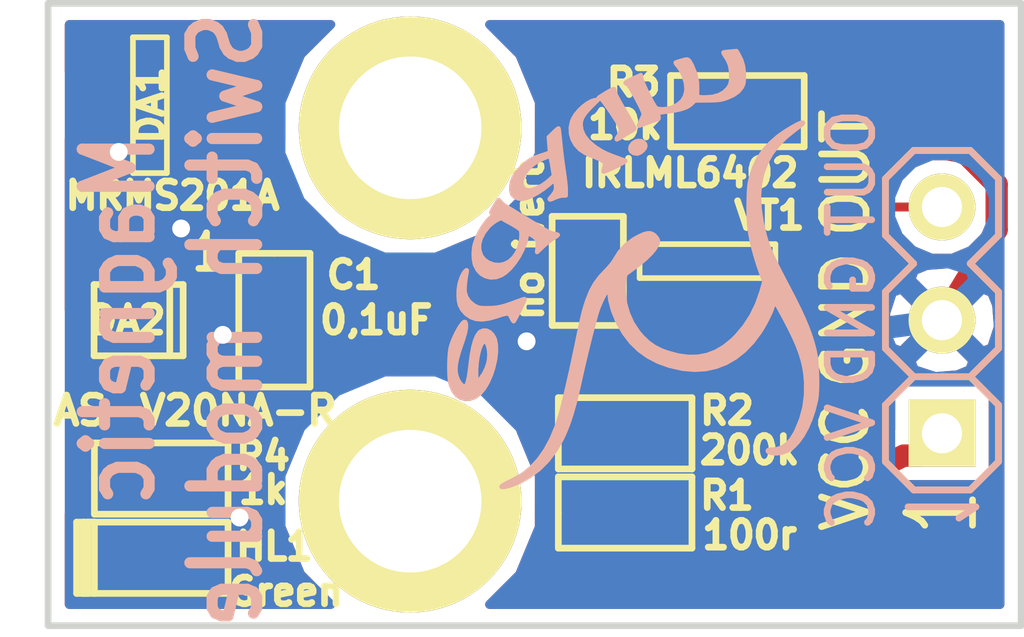
<source format=kicad_pcb>
(kicad_pcb (version 4) (host pcbnew "(2014-07-12 BZR 4289 GOST-COMMITTERS)-product")

  (general
    (links 20)
    (no_connects 0)
    (area 98.9965 100.000999 124.336286 114.188)
    (thickness 1.6)
    (drawings 8)
    (tracks 146)
    (zones 0)
    (modules 14)
    (nets 10)
  )

  (page A4)
  (layers
    (0 F.Cu signal)
    (31 B.Cu signal)
    (36 B.SilkS user)
    (37 F.SilkS user)
    (38 B.Mask user)
    (39 F.Mask user)
    (44 Edge.Cuts user)
  )

  (setup
    (last_trace_width 0.2)
    (trace_clearance 0.2)
    (zone_clearance 0.3)
    (zone_45_only no)
    (trace_min 0.2)
    (segment_width 0.2)
    (edge_width 0.15)
    (via_size 0.9)
    (via_drill 0.4)
    (via_min_size 0.7)
    (via_min_drill 0.3)
    (uvia_size 0.7)
    (uvia_drill 0.3)
    (uvias_allowed no)
    (uvia_min_size 0.508)
    (uvia_min_drill 0.127)
    (pcb_text_width 0.3)
    (pcb_text_size 1.5 1.5)
    (mod_edge_width 0.15)
    (mod_text_size 1.5 1.5)
    (mod_text_width 0.15)
    (pad_size 5 5)
    (pad_drill 3.2)
    (pad_to_mask_clearance 0.2)
    (aux_axis_origin 0 0)
    (visible_elements 7FFFF77F)
    (pcbplotparams
      (layerselection 0x010f0_80000001)
      (usegerberextensions true)
      (gerberprecision 5)
      (excludeedgelayer true)
      (linewidth 0.150000)
      (plotframeref false)
      (viasonmask false)
      (mode 1)
      (useauxorigin false)
      (hpglpennumber 1)
      (hpglpenspeed 20)
      (hpglpendiameter 15)
      (hpglpenoverlay 2)
      (psnegative false)
      (psa4output false)
      (plotreference true)
      (plotvalue true)
      (plotinvisibletext false)
      (padsonsilk false)
      (subtractmaskfromsilk false)
      (outputformat 1)
      (mirror false)
      (drillshape 0)
      (scaleselection 1)
      (outputdirectory GerberAS/))
  )

  (net 0 "")
  (net 1 GND)
  (net 2 /VCC)
  (net 3 /SensIn)
  (net 4 "Net-(DA2-Pad3)")
  (net 5 /SensOut)
  (net 6 "Net-(R1-Pad2)")
  (net 7 "Net-(HOLE1-PadH)")
  (net 8 "Net-(HOLE2-PadH)")
  (net 9 "Net-(HL1-PadA)")

  (net_class Default "Это класс цепей по умолчанию."
    (clearance 0.2)
    (trace_width 0.2)
    (via_dia 0.9)
    (via_drill 0.4)
    (uvia_dia 0.7)
    (uvia_drill 0.3)
    (add_net /SensIn)
    (add_net /SensOut)
    (add_net "Net-(DA2-Pad3)")
    (add_net "Net-(HL1-PadA)")
    (add_net "Net-(HOLE1-PadH)")
    (add_net "Net-(HOLE2-PadH)")
    (add_net "Net-(R1-Pad2)")
  )

  (net_class wide ""
    (clearance 0.2)
    (trace_width 0.5)
    (via_dia 0.9)
    (via_drill 0.4)
    (uvia_dia 0.7)
    (uvia_drill 0.3)
    (add_net /VCC)
    (add_net GND)
  )

  (module Capacitors:CAP0603 (layer F.Cu) (tedit 57D2E1F8) (tstamp 57D29E15)
    (at 105.156 107.188 270)
    (path /57D29D4C)
    (attr smd)
    (fp_text reference C1 (at -1.016 -1.778 360) (layer F.SilkS)
      (effects (font (size 0.6 0.6) (thickness 0.15)))
    )
    (fp_text value 0,1uF (at 0 -2.286 360) (layer F.SilkS)
      (effects (font (size 0.6 0.6) (thickness 0.15)))
    )
    (fp_line (start -1.5 0) (end -1.5 -0.8) (layer F.SilkS) (width 0.15))
    (fp_line (start -1.5 -0.8) (end 1.5 -0.8) (layer F.SilkS) (width 0.15))
    (fp_line (start 1.5 -0.8) (end 1.5 0.8) (layer F.SilkS) (width 0.15))
    (fp_line (start 1.5 0.8) (end -1.5 0.8) (layer F.SilkS) (width 0.15))
    (fp_line (start -1.5 0.8) (end -1.5 0) (layer F.SilkS) (width 0.15))
    (pad 1 smd rect (at -0.762 0 270) (size 0.889 1.016) (layers F.Cu F.Mask)
      (net 2 /VCC))
    (pad 2 smd rect (at 0.762 0 270) (size 0.889 1.016) (layers F.Cu F.Mask)
      (net 1 GND))
    (model 3d\c_0603.wrl
      (at (xyz 0 0 0))
      (scale (xyz 1 1 1))
      (rotate (xyz 0 0 0))
    )
  )

  (module SOT:SOT23-3 (layer F.Cu) (tedit 57D2E224) (tstamp 57D29E20)
    (at 102.362 102.362 270)
    (descr "Module SOT23")
    (path /57D18B24)
    (attr smd)
    (fp_text reference DA1 (at 0 0 270) (layer F.SilkS)
      (effects (font (size 0.6 0.6) (thickness 0.15)))
    )
    (fp_text value MRMS201A (at 2.032 -0.508 360) (layer F.SilkS)
      (effects (font (size 0.59944 0.59944) (thickness 0.14986)))
    )
    (fp_line (start -1.524 -0.381) (end 1.524 -0.381) (layer F.SilkS) (width 0.127))
    (fp_line (start 1.524 -0.381) (end 1.524 0.381) (layer F.SilkS) (width 0.127))
    (fp_line (start 1.524 0.381) (end -1.524 0.381) (layer F.SilkS) (width 0.127))
    (fp_line (start -1.524 0.381) (end -1.524 -0.381) (layer F.SilkS) (width 0.127))
    (pad 2 smd rect (at -0.95 -1 270) (size 0.8 0.9) (layers F.Cu F.Mask)
      (net 3 /SensIn))
    (pad 1 smd rect (at 0.95 -1 270) (size 0.8 0.9) (layers F.Cu F.Mask)
      (net 2 /VCC))
    (pad 3 smd rect (at 0 1 270) (size 0.8 0.9) (layers F.Cu F.Mask)
      (net 1 GND))
    (model 3d\sot23-3.wrl
      (at (xyz 0 0 0))
      (scale (xyz 1 1 1))
      (rotate (xyz 0 0 180))
    )
  )

  (module PCB_details:FuseSolder (layer F.Cu) (tedit 57FF73E1) (tstamp 57D29E53)
    (at 112.1908 106.0572 270)
    (path /57D190B0)
    (attr smd)
    (fp_text reference fuse1 (at 0 0 270) (layer F.SilkS) hide
      (effects (font (size 0.6 0.6) (thickness 0.15)))
    )
    (fp_text value "no ivert" (at -0.6472 1.3198 270) (layer F.SilkS)
      (effects (font (size 0.6 0.6) (thickness 0.15)))
    )
    (fp_line (start -0.3 0) (end 0.3 0) (layer F.Mask) (width 1.1))
    (fp_line (start -0.3 0.2) (end -0.3 -0.15) (layer F.Cu) (width 0.1))
    (fp_line (start -0.3 -0.15) (end -0.15 0) (layer F.Cu) (width 0.1))
    (fp_line (start -0.15 0) (end -0.25 0.1) (layer F.Cu) (width 0.1))
    (fp_line (start -0.25 0.1) (end -0.25 0) (layer F.Cu) (width 0.1))
    (fp_line (start -0.15 0.45) (end -0.3 0.45) (layer F.Cu) (width 0.1))
    (fp_line (start -0.3 0.45) (end -0.3 0.35) (layer F.Cu) (width 0.1))
    (fp_line (start -0.3 0.35) (end -0.25 0.4) (layer F.Cu) (width 0.1))
    (fp_line (start 0.35 0.4) (end 0.25 0.25) (layer F.Cu) (width 0.1))
    (fp_line (start 0.25 0.25) (end 0.35 0.15) (layer F.Cu) (width 0.1))
    (fp_line (start 0.35 0.15) (end 0.35 0.3) (layer F.Cu) (width 0.1))
    (fp_line (start 0.35 -0.15) (end 0.25 -0.25) (layer F.Cu) (width 0.1))
    (fp_line (start 0.25 -0.25) (end 0.35 -0.35) (layer F.Cu) (width 0.1))
    (fp_line (start 0.35 -0.35) (end 0.35 -0.25) (layer F.Cu) (width 0.1))
    (fp_line (start -0.3 -0.45) (end -0.2 -0.45) (layer F.Cu) (width 0.1))
    (fp_line (start -0.2 -0.45) (end -0.3 -0.35) (layer F.Cu) (width 0.1))
    (fp_line (start -0.05 -0.5) (end -0.35 -0.5) (layer F.Cu) (width 0.1))
    (fp_line (start -0.35 -0.5) (end -0.35 0.5) (layer F.Cu) (width 0.1))
    (fp_line (start -0.35 0.5) (end -0.05 0.5) (layer F.Cu) (width 0.1))
    (fp_line (start 0.4 -0.5) (end 0.15 -0.25) (layer F.Cu) (width 0.1))
    (fp_line (start 0.15 -0.25) (end 0.4 0) (layer F.Cu) (width 0.1))
    (fp_line (start 0.4 0) (end 0.15 0.25) (layer F.Cu) (width 0.1))
    (fp_line (start 0.15 0.25) (end 0.4 0.5) (layer F.Cu) (width 0.1))
    (fp_line (start 0.4 0.5) (end 0.4 -0.5) (layer F.Cu) (width 0.1))
    (fp_line (start -0.05 0) (end -0.3 0.25) (layer F.Cu) (width 0.1))
    (fp_line (start -0.3 0.25) (end -0.05 0.5) (layer F.Cu) (width 0.1))
    (fp_line (start -0.05 0) (end -0.3 -0.25) (layer F.Cu) (width 0.1))
    (fp_line (start -0.3 -0.25) (end -0.05 -0.5) (layer F.Cu) (width 0.1))
    (fp_line (start -1.2 -0.8) (end 1.25 -0.8) (layer F.SilkS) (width 0.15))
    (fp_line (start 1.25 -0.8) (end 1.25 0.8) (layer F.SilkS) (width 0.15))
    (fp_line (start 1.25 0.8) (end -1.2 0.8) (layer F.SilkS) (width 0.15))
    (fp_line (start -1.2 0.8) (end -1.2 -0.8) (layer F.SilkS) (width 0.15))
    (pad 1 smd trapezoid (at -0.65 0) (size 0.85 0.6) (rect_delta 0 0.25 ) (layers F.Cu F.Mask)
      (net 5 /SensOut))
    (pad 2 smd trapezoid (at 0.7 0 180) (size 0.85 0.6) (rect_delta 0 0.25 ) (layers F.Cu F.Mask)
      (net 3 /SensIn))
  )

  (module Resistors:RES0603 (layer F.Cu) (tedit 57FF74FC) (tstamp 57D29E75)
    (at 113.03 111.506)
    (path /57D1B1A4)
    (attr smd)
    (fp_text reference R1 (at 2.286 -0.381) (layer F.SilkS)
      (effects (font (size 0.6 0.6) (thickness 0.15)))
    )
    (fp_text value 100r (at 2.794 0.508) (layer F.SilkS)
      (effects (font (size 0.6 0.6) (thickness 0.15)))
    )
    (fp_line (start -1.5 0) (end -1.5 -0.8) (layer F.SilkS) (width 0.15))
    (fp_line (start -1.5 -0.8) (end 1.5 -0.8) (layer F.SilkS) (width 0.15))
    (fp_line (start 1.5 -0.8) (end 1.5 0.8) (layer F.SilkS) (width 0.15))
    (fp_line (start 1.5 0.8) (end -1.5 0.8) (layer F.SilkS) (width 0.15))
    (fp_line (start -1.5 0.8) (end -1.5 0) (layer F.SilkS) (width 0.15))
    (pad 1 smd rect (at -0.75 0) (size 0.9 1) (layers F.Cu F.Mask)
      (net 2 /VCC))
    (pad 2 smd rect (at 0.75 0) (size 0.9 1) (layers F.Cu F.Mask)
      (net 6 "Net-(R1-Pad2)"))
    (model 3d\r_0603.wrl
      (at (xyz 0 0 0))
      (scale (xyz 1 1 1))
      (rotate (xyz 0 0 0))
    )
  )

  (module Resistors:RES0603 (layer F.Cu) (tedit 57FF74F7) (tstamp 57D29E80)
    (at 113.03 109.728)
    (path /57D190A6)
    (attr smd)
    (fp_text reference R2 (at 2.286 -0.508) (layer F.SilkS)
      (effects (font (size 0.6 0.6) (thickness 0.15)))
    )
    (fp_text value 200k (at 2.794 0.381) (layer F.SilkS)
      (effects (font (size 0.6 0.6) (thickness 0.15)))
    )
    (fp_line (start -1.5 0) (end -1.5 -0.8) (layer F.SilkS) (width 0.15))
    (fp_line (start -1.5 -0.8) (end 1.5 -0.8) (layer F.SilkS) (width 0.15))
    (fp_line (start 1.5 -0.8) (end 1.5 0.8) (layer F.SilkS) (width 0.15))
    (fp_line (start 1.5 0.8) (end -1.5 0.8) (layer F.SilkS) (width 0.15))
    (fp_line (start -1.5 0.8) (end -1.5 0) (layer F.SilkS) (width 0.15))
    (pad 1 smd rect (at -0.75 0) (size 0.9 1) (layers F.Cu F.Mask)
      (net 2 /VCC))
    (pad 2 smd rect (at 0.75 0) (size 0.9 1) (layers F.Cu F.Mask)
      (net 3 /SensIn))
    (model 3d\r_0603.wrl
      (at (xyz 0 0 0))
      (scale (xyz 1 1 1))
      (rotate (xyz 0 0 0))
    )
  )

  (module Resistors:RES0603 (layer F.Cu) (tedit 57FF74E7) (tstamp 57D29E8B)
    (at 115.5495 102.4965)
    (path /57D24D72)
    (attr smd)
    (fp_text reference R3 (at -2.329 -0.6425 180) (layer F.SilkS)
      (effects (font (size 0.6 0.6) (thickness 0.15)))
    )
    (fp_text value 10k (at -2.5195 0.31 180) (layer F.SilkS)
      (effects (font (size 0.6 0.6) (thickness 0.15)))
    )
    (fp_line (start -1.5 0) (end -1.5 -0.8) (layer F.SilkS) (width 0.15))
    (fp_line (start -1.5 -0.8) (end 1.5 -0.8) (layer F.SilkS) (width 0.15))
    (fp_line (start 1.5 -0.8) (end 1.5 0.8) (layer F.SilkS) (width 0.15))
    (fp_line (start 1.5 0.8) (end -1.5 0.8) (layer F.SilkS) (width 0.15))
    (fp_line (start -1.5 0.8) (end -1.5 0) (layer F.SilkS) (width 0.15))
    (pad 1 smd rect (at -0.75 0) (size 0.9 1) (layers F.Cu F.Mask)
      (net 5 /SensOut))
    (pad 2 smd rect (at 0.75 0) (size 0.9 1) (layers F.Cu F.Mask)
      (net 1 GND))
    (model 3d\r_0603.wrl
      (at (xyz 0 0 0))
      (scale (xyz 1 1 1))
      (rotate (xyz 0 0 0))
    )
  )

  (module SOT:SOT23-3 (layer F.Cu) (tedit 57FF7421) (tstamp 57FF7631)
    (at 114.8783 105.8626 180)
    (descr "Module SOT23")
    (path /57D190A0)
    (attr smd)
    (fp_text reference VT1 (at -1.3902 1.0241 180) (layer F.SilkS)
      (effects (font (size 0.6 0.6) (thickness 0.15)))
    )
    (fp_text value IRLML6402 (at 0.3878 1.9766 180) (layer F.SilkS)
      (effects (font (size 0.59944 0.59944) (thickness 0.14986)))
    )
    (fp_line (start -1.524 -0.381) (end 1.524 -0.381) (layer F.SilkS) (width 0.127))
    (fp_line (start 1.524 -0.381) (end 1.524 0.381) (layer F.SilkS) (width 0.127))
    (fp_line (start 1.524 0.381) (end -1.524 0.381) (layer F.SilkS) (width 0.127))
    (fp_line (start -1.524 0.381) (end -1.524 -0.381) (layer F.SilkS) (width 0.127))
    (pad 2 smd rect (at -0.95 -1 180) (size 0.8 0.9) (layers F.Cu F.Mask)
      (net 6 "Net-(R1-Pad2)"))
    (pad 1 smd rect (at 0.95 -1 180) (size 0.8 0.9) (layers F.Cu F.Mask)
      (net 3 /SensIn))
    (pad 3 smd rect (at 0 1 180) (size 0.8 0.9) (layers F.Cu F.Mask)
      (net 5 /SensOut))
    (model 3d\sot23-3.wrl
      (at (xyz 0 0 0))
      (scale (xyz 1 1 1))
      (rotate (xyz 0 0 180))
    )
  )

  (module Connectors:for_SENS_PLS-3 (layer F.Cu) (tedit 57D2E276) (tstamp 57FF748F)
    (at 120.142 109.728 90)
    (path /57D19428)
    (fp_text reference XP1 (at 0 1.905 90) (layer F.SilkS) hide
      (effects (font (size 0.6 0.6) (thickness 0.15)))
    )
    (fp_text value for_SENS (at 3.81 1.905 90) (layer F.SilkS) hide
      (effects (font (size 0.6 0.6) (thickness 0.15)))
    )
    (fp_text user 1 (at -1.778 0 90) (layer F.SilkS)
      (effects (font (size 1.5 1) (thickness 0.15)))
    )
    (fp_text user VCC (at -0.762 -2.159 90) (layer F.SilkS)
      (effects (font (size 1 1) (thickness 0.15)))
    )
    (fp_text user GND (at 2.54 -2.159 90) (layer F.SilkS)
      (effects (font (size 1 1) (thickness 0.15)))
    )
    (fp_text user OUT (at 5.842 -2.159 90) (layer F.SilkS)
      (effects (font (size 1 1) (thickness 0.15)))
    )
    (fp_line (start 4.445 1.27) (end 3.81 0.635) (layer B.SilkS) (width 0.15))
    (fp_line (start 6.35 -0.635) (end 5.715 -1.27) (layer B.SilkS) (width 0.15))
    (fp_line (start 4.445 1.27) (end 3.81 0.635) (layer F.SilkS) (width 0.15))
    (fp_line (start 6.35 -0.635) (end 5.715 -1.27) (layer F.SilkS) (width 0.15))
    (fp_line (start 4.445 -1.27) (end 3.81 -0.635) (layer F.SilkS) (width 0.15))
    (fp_line (start 4.445 -1.27) (end 3.81 -0.635) (layer B.SilkS) (width 0.15))
    (fp_line (start 6.35 0.635) (end 5.715 1.27) (layer B.SilkS) (width 0.15))
    (fp_line (start 6.35 -0.635) (end 6.35 0.635) (layer B.SilkS) (width 0.15))
    (fp_line (start 4.445 -1.27) (end 5.715 -1.27) (layer B.SilkS) (width 0.15))
    (fp_line (start 5.715 1.27) (end 4.445 1.27) (layer B.SilkS) (width 0.15))
    (fp_line (start 5.715 1.27) (end 4.445 1.27) (layer F.SilkS) (width 0.15))
    (fp_line (start 5.715 -1.27) (end 4.445 -1.27) (layer F.SilkS) (width 0.15))
    (fp_line (start 6.35 -0.635) (end 6.35 0.635) (layer F.SilkS) (width 0.15))
    (fp_line (start 6.35 0.635) (end 5.715 1.27) (layer F.SilkS) (width 0.15))
    (fp_line (start 3.81 0.635) (end 3.175 1.27) (layer F.SilkS) (width 0.15))
    (fp_line (start 3.175 -1.27) (end 1.905 -1.27) (layer F.SilkS) (width 0.15))
    (fp_line (start 3.175 1.27) (end 1.905 1.27) (layer F.SilkS) (width 0.15))
    (fp_line (start 3.175 1.27) (end 1.905 1.27) (layer B.SilkS) (width 0.15))
    (fp_line (start 1.905 -1.27) (end 3.175 -1.27) (layer B.SilkS) (width 0.15))
    (fp_line (start 3.81 0.635) (end 3.175 1.27) (layer B.SilkS) (width 0.15))
    (fp_line (start 1.905 -1.27) (end 1.27 -0.635) (layer B.SilkS) (width 0.15))
    (fp_line (start 1.905 -1.27) (end 1.27 -0.635) (layer F.SilkS) (width 0.15))
    (fp_line (start 3.81 -0.635) (end 3.175 -1.27) (layer F.SilkS) (width 0.15))
    (fp_line (start 1.905 1.27) (end 1.27 0.635) (layer F.SilkS) (width 0.15))
    (fp_line (start 3.81 -0.635) (end 3.175 -1.27) (layer B.SilkS) (width 0.15))
    (fp_line (start 1.905 1.27) (end 1.27 0.635) (layer B.SilkS) (width 0.15))
    (fp_line (start -0.635 1.27) (end -1.27 0.635) (layer B.SilkS) (width 0.15))
    (fp_line (start 1.27 -0.635) (end 0.635 -1.27) (layer B.SilkS) (width 0.15))
    (fp_line (start -0.635 1.27) (end -1.27 0.635) (layer F.SilkS) (width 0.15))
    (fp_line (start 1.27 -0.635) (end 0.635 -1.27) (layer F.SilkS) (width 0.15))
    (fp_line (start -0.635 -1.27) (end -1.27 -0.635) (layer F.SilkS) (width 0.15))
    (fp_line (start -0.635 -1.27) (end -1.27 -0.635) (layer B.SilkS) (width 0.15))
    (fp_line (start -1.27 0.635) (end -1.27 -0.635) (layer F.SilkS) (width 0.15))
    (fp_line (start 1.27 0.635) (end 0.635 1.27) (layer B.SilkS) (width 0.15))
    (fp_line (start -1.651 0.762) (end -1.905 0.381) (layer B.SilkS) (width 0.15))
    (fp_line (start -1.651 -0.762) (end -1.651 0.762) (layer B.SilkS) (width 0.15))
    (fp_line (start 1.27 -0.635) (end 1.27 0.635) (layer B.SilkS) (width 0.15))
    (fp_line (start -0.635 -1.27) (end 0.635 -1.27) (layer B.SilkS) (width 0.15))
    (fp_line (start 0.635 1.27) (end -0.635 1.27) (layer B.SilkS) (width 0.15))
    (fp_line (start -1.27 0.635) (end -1.27 -0.635) (layer B.SilkS) (width 0.15))
    (fp_line (start 0.635 1.27) (end -0.635 1.27) (layer F.SilkS) (width 0.15))
    (fp_line (start 0.635 -1.27) (end -0.635 -1.27) (layer F.SilkS) (width 0.15))
    (fp_line (start 1.27 -0.635) (end 1.27 0.635) (layer F.SilkS) (width 0.15))
    (fp_line (start 1.27 0.635) (end 0.635 1.27) (layer F.SilkS) (width 0.15))
    (pad 3 thru_hole circle (at 5.08 0 90) (size 1.5 1.5) (drill 0.9) (layers *.Cu *.Mask F.SilkS)
      (net 5 /SensOut))
    (pad 1 thru_hole rect (at 0 0 90) (size 1.5 1.5) (drill 0.9) (layers *.Cu *.Mask F.SilkS)
      (net 2 /VCC))
    (pad 2 thru_hole circle (at 2.54 0 90) (size 1.5 1.5) (drill 0.9) (layers *.Cu *.Mask F.SilkS)
      (net 1 GND))
  )

  (module SOT:SON4 (layer F.Cu) (tedit 57D3AC74) (tstamp 57D2AA72)
    (at 102.108 107.188 270)
    (path /57D18DEA)
    (fp_text reference DA2 (at 0 0.254 360) (layer F.SilkS)
      (effects (font (size 0.6 0.6) (thickness 0.15)))
    )
    (fp_text value AS-V20NA-R (at 2.032 -1.27 360) (layer F.SilkS)
      (effects (font (size 0.635 0.635) (thickness 0.14986)))
    )
    (fp_text user 1 (at -1.524 -1.524 360) (layer F.SilkS)
      (effects (font (size 0.8 0.6) (thickness 0.15)))
    )
    (fp_line (start -0.8 -0.7) (end 0.8 -0.7) (layer F.SilkS) (width 0.14986))
    (fp_line (start -0.8 -1) (end 0.8 -1) (layer F.SilkS) (width 0.14986))
    (fp_line (start 0.8 -1) (end 0.8 1) (layer F.SilkS) (width 0.14986))
    (fp_line (start 0.8 1) (end -0.8 1) (layer F.SilkS) (width 0.14986))
    (fp_line (start -0.8 1) (end -0.8 -1) (layer F.SilkS) (width 0.14986))
    (pad 1 smd rect (at -0.95 -0.65 270) (size 0.9 0.7) (layers F.Cu F.Mask)
      (net 2 /VCC))
    (pad 2 smd oval (at -0.95 0.65 270) (size 0.9 0.7) (layers F.Cu F.Mask)
      (net 3 /SensIn))
    (pad 3 smd oval (at 0.95 0.65 270) (size 0.9 0.7) (layers F.Cu F.Mask)
      (net 4 "Net-(DA2-Pad3)"))
    (pad 4 smd oval (at 0.95 -0.65 270) (size 0.9 0.7) (layers F.Cu F.Mask)
      (net 1 GND))
    (model 3d\sot23-6.wrl
      (at (xyz 0 0 0))
      (scale (xyz 1 1 1))
      (rotate (xyz 0 0 0))
    )
  )

  (module PCB_details:Hole_for_M3_small (layer F.Cu) (tedit 584AEF2B) (tstamp 57D2E4E0)
    (at 108.204 111.252)
    (path /57CD4EC5)
    (fp_text reference HOLE1 (at 0 2.6035) (layer F.SilkS) hide
      (effects (font (size 0.127 0.127) (thickness 0.00254)))
    )
    (fp_text value HOLE_METALLED (at 0 -2.54) (layer F.SilkS) hide
      (effects (font (size 0.127 0.127) (thickness 0.00254)))
    )
    (pad H thru_hole circle (at 0 0) (size 5 5) (drill 3.2) (layers *.Cu *.Mask F.SilkS)
      (net 7 "Net-(HOLE1-PadH)"))
  )

  (module PCB_details:Hole_for_M3_small (layer F.Cu) (tedit 584AEF21) (tstamp 57D2E4E5)
    (at 108.204 102.87)
    (path /57CD4EB6)
    (fp_text reference HOLE2 (at 0 2.6035) (layer F.SilkS) hide
      (effects (font (size 0.127 0.127) (thickness 0.00254)))
    )
    (fp_text value HOLE_METALLED (at 0 -2.54) (layer F.SilkS) hide
      (effects (font (size 0.127 0.127) (thickness 0.00254)))
    )
    (pad H thru_hole circle (at 0 0) (size 5 5) (drill 3.2) (layers *.Cu *.Mask F.SilkS)
      (net 8 "Net-(HOLE2-PadH)"))
  )

  (module Graphics:Eldalim_10x8_back (layer B.Cu) (tedit 57D2F8CD) (tstamp 57D2F8FD)
    (at 113.2205 106.045 270)
    (path /57C01481)
    (fp_text reference Logo1 (at 0 0 270) (layer B.SilkS) hide
      (effects (font (thickness 0.3)) (justify mirror))
    )
    (fp_text value Eldalim (at 0.75 0 270) (layer B.SilkS) hide
      (effects (font (thickness 0.3)) (justify mirror))
    )
    (fp_poly (pts (xy 2.912154 3.780645) (xy 2.885278 3.884049) (xy 2.825768 3.970835) (xy 2.733047 4.041535)
      (xy 2.606536 4.096678) (xy 2.549408 4.113683) (xy 2.481454 4.125291) (xy 2.38545 4.133008)
      (xy 2.270767 4.136891) (xy 2.146775 4.136996) (xy 2.022847 4.133379) (xy 1.908353 4.126095)
      (xy 1.812665 4.1152) (xy 1.778 4.109086) (xy 1.696788 4.087353) (xy 1.60702 4.05507)
      (xy 1.513999 4.015202) (xy 1.423029 3.970715) (xy 1.339411 3.924574) (xy 1.268447 3.879744)
      (xy 1.215441 3.83919) (xy 1.185695 3.805878) (xy 1.18451 3.782773) (xy 1.188496 3.779425)
      (xy 1.24073 3.763221) (xy 1.319067 3.765217) (xy 1.425255 3.785702) (xy 1.561038 3.824963)
      (xy 1.652934 3.85606) (xy 1.831948 3.916282) (xy 1.982387 3.959873) (xy 2.109152 3.987381)
      (xy 2.217147 3.999353) (xy 2.311275 3.996339) (xy 2.39644 3.978884) (xy 2.476472 3.948043)
      (xy 2.543874 3.908797) (xy 2.597085 3.863668) (xy 2.63037 3.81921) (xy 2.637997 3.781979)
      (xy 2.63217 3.770075) (xy 2.591576 3.743308) (xy 2.538972 3.72602) (xy 2.538972 3.513752)
      (xy 2.524215 3.491068) (xy 2.481564 3.453358) (xy 2.469397 3.443621) (xy 2.347224 3.35919)
      (xy 2.218317 3.297495) (xy 2.117594 3.26383) (xy 2.024582 3.244838) (xy 1.927001 3.238434)
      (xy 1.831927 3.24341) (xy 1.746437 3.258558) (xy 1.677608 3.282669) (xy 1.632515 3.314534)
      (xy 1.618074 3.349138) (xy 1.636014 3.385354) (xy 1.686343 3.420722) (xy 1.763825 3.453806)
      (xy 1.863225 3.48317) (xy 1.979305 3.507376) (xy 2.106831 3.524988) (xy 2.240566 3.534569)
      (xy 2.298573 3.535861) (xy 2.384311 3.535381) (xy 2.457857 3.533041) (xy 2.509904 3.529248)
      (xy 2.529007 3.525783) (xy 2.538972 3.513752) (xy 2.538972 3.72602) (xy 2.515353 3.718258)
      (xy 2.402956 3.694801) (xy 2.253839 3.672817) (xy 2.140807 3.659668) (xy 1.924595 3.631552)
      (xy 1.744004 3.597335) (xy 1.599398 3.557127) (xy 1.49114 3.511035) (xy 1.419595 3.459168)
      (xy 1.402947 3.439177) (xy 1.375223 3.370644) (xy 1.380342 3.298584) (xy 1.414807 3.229226)
      (xy 1.475117 3.168796) (xy 1.557774 3.123521) (xy 1.585631 3.114055) (xy 1.713831 3.091373)
      (xy 1.865472 3.090737) (xy 2.034035 3.111428) (xy 2.212999 3.152725) (xy 2.357002 3.199281)
      (xy 2.534424 3.275301) (xy 2.679013 3.36147) (xy 2.78988 3.456858) (xy 2.866137 3.560533)
      (xy 2.906893 3.671565) (xy 2.912154 3.780645) (xy 2.912154 3.780645)) (layer B.SilkS) (width 0.1))
    (fp_poly (pts (xy 1.1665 2.694342) (xy 1.150852 2.708911) (xy 1.110937 2.731349) (xy 1.081852 2.745025)
      (xy 1.03723 2.767309) (xy 1.008445 2.791654) (xy 0.995038 2.824221) (xy 0.996551 2.871172)
      (xy 1.012526 2.938667) (xy 1.042505 3.032868) (xy 1.057225 3.076222) (xy 1.105993 3.249001)
      (xy 1.125812 3.400139) (xy 1.116378 3.532392) (xy 1.077389 3.648519) (xy 1.008541 3.751276)
      (xy 0.979703 3.782238) (xy 0.892865 3.853603) (xy 0.803595 3.89979) (xy 0.80032 3.900928)
      (xy 0.705277 3.921787) (xy 0.588635 3.930178) (xy 0.46426 3.926214) (xy 0.346019 3.910008)
      (xy 0.29163 3.8968) (xy 0.166867 3.853735) (xy 0.078872 3.807823) (xy 0.03626 3.770438)
      (xy 0.021883 3.749622) (xy 0.031223 3.743888) (xy 0.070469 3.750173) (xy 0.07526 3.751138)
      (xy 0.187643 3.770925) (xy 0.299956 3.785496) (xy 0.40193 3.793891) (xy 0.483294 3.795148)
      (xy 0.51599 3.792381) (xy 0.627903 3.75722) (xy 0.726714 3.689833) (xy 0.805712 3.595076)
      (xy 0.818445 3.573448) (xy 0.844004 3.524598) (xy 0.860369 3.482431) (xy 0.869521 3.436265)
      (xy 0.873443 3.375416) (xy 0.87412 3.2892) (xy 0.874065 3.273778) (xy 0.871224 3.168252)
      (xy 0.86228 3.073551) (xy 0.845179 2.980305) (xy 0.817863 2.879144) (xy 0.778278 2.7607)
      (xy 0.73683 2.648355) (xy 0.707872 2.569921) (xy 0.68547 2.505486) (xy 0.672114 2.462474)
      (xy 0.669708 2.448332) (xy 0.688073 2.453062) (xy 0.732494 2.471747) (xy 0.795734 2.500805)
      (xy 0.870556 2.536652) (xy 0.949724 2.575704) (xy 1.026001 2.614378) (xy 1.09215 2.64909)
      (xy 1.140936 2.676257) (xy 1.165121 2.692294) (xy 1.1665 2.694342) (xy 1.1665 2.694342)) (layer B.SilkS) (width 0.1))
    (fp_poly (pts (xy 0.183633 3.207993) (xy 0.15848 3.31899) (xy 0.102733 3.417593) (xy 0.018652 3.498489)
      (xy -0.091505 3.556366) (xy -0.092845 3.556808) (xy -0.092845 3.014813) (xy -0.117234 2.89871)
      (xy -0.173164 2.791149) (xy -0.258648 2.695987) (xy -0.371695 2.617078) (xy -0.506611 2.559455)
      (xy -0.601722 2.535427) (xy -0.701208 2.520884) (xy -0.792688 2.516892) (xy -0.863784 2.524521)
      (xy -0.874889 2.527674) (xy -0.900338 2.549932) (xy -0.938831 2.601932) (xy -0.98742 2.679354)
      (xy -1.033238 2.759706) (xy -1.153958 2.979267) (xy -1.10116 3.080109) (xy -1.056882 3.149019)
      (xy -0.997704 3.22161) (xy -0.953201 3.26651) (xy -0.821856 3.367278) (xy -0.690407 3.43471)
      (xy -0.561523 3.468232) (xy -0.437872 3.467271) (xy -0.32212 3.431253) (xy -0.284114 3.41035)
      (xy -0.207534 3.347237) (xy -0.147769 3.259366) (xy -0.146646 3.257228) (xy -0.101986 3.135604)
      (xy -0.092845 3.014813) (xy -0.092845 3.556808) (xy -0.120185 3.565831) (xy -0.231127 3.586437)
      (xy -0.35959 3.590872) (xy -0.489159 3.579221) (xy -0.564444 3.563533) (xy -0.695941 3.518392)
      (xy -0.830918 3.454434) (xy -0.959859 3.377504) (xy -1.073251 3.293441) (xy -1.161578 3.208089)
      (xy -1.179759 3.185757) (xy -1.211431 3.146939) (xy -1.229976 3.135419) (xy -1.243579 3.147482)
      (xy -1.247779 3.154882) (xy -1.265025 3.185629) (xy -1.271334 3.195511) (xy -1.288493 3.189736)
      (xy -1.328354 3.169077) (xy -1.381887 3.138873) (xy -1.440059 3.10446) (xy -1.493839 3.071178)
      (xy -1.534196 3.044364) (xy -1.551919 3.029675) (xy -1.543907 3.012027) (xy -1.51663 2.992646)
      (xy -1.478815 2.961602) (xy -1.439488 2.913727) (xy -1.430844 2.90044) (xy -1.410365 2.866977)
      (xy -1.373124 2.806158) (xy -1.32202 2.722716) (xy -1.259949 2.62138) (xy -1.18981 2.506881)
      (xy -1.1145 2.383951) (xy -1.096341 2.354311) (xy -1.007257 2.207941) (xy -0.936696 2.089594)
      (xy -0.882737 1.995701) (xy -0.843458 1.922695) (xy -0.816937 1.867008) (xy -0.801251 1.825072)
      (xy -0.79457 1.794139) (xy -0.786082 1.742095) (xy -0.77567 1.708302) (xy -0.771601 1.702861)
      (xy -0.756181 1.71333) (xy -0.730115 1.749079) (xy -0.705567 1.790721) (xy -0.66888 1.84742)
      (xy -0.614434 1.918764) (xy -0.551381 1.993093) (xy -0.519964 2.02723) (xy -0.386764 2.167454)
      (xy -0.494632 2.153977) (xy -0.586862 2.149235) (xy -0.655222 2.165236) (xy -0.710022 2.206989)
      (xy -0.761573 2.279502) (xy -0.765004 2.285309) (xy -0.824453 2.386748) (xy -0.746189 2.399716)
      (xy -0.59553 2.436993) (xy -0.441215 2.497243) (xy -0.29025 2.575924) (xy -0.14964 2.668491)
      (xy -0.02639 2.770401) (xy 0.072494 2.87711) (xy 0.133124 2.970065) (xy 0.175934 3.089914)
      (xy 0.183633 3.207993) (xy 0.183633 3.207993)) (layer B.SilkS) (width 0.1))
    (fp_poly (pts (xy 4.889087 2.931963) (xy 4.888521 2.939329) (xy 4.882982 2.963442) (xy 4.87256 2.961781)
      (xy 4.851218 2.931366) (xy 4.841849 2.916296) (xy 4.815492 2.869505) (xy 4.77958 2.800461)
      (xy 4.740258 2.721112) (xy 4.723851 2.686843) (xy 4.607675 2.485147) (xy 4.457915 2.299636)
      (xy 4.275151 2.130725) (xy 4.059963 1.978828) (xy 3.812934 1.844362) (xy 3.534643 1.72774)
      (xy 3.255456 1.63768) (xy 3.120964 1.601426) (xy 2.954312 1.559418) (xy 2.760338 1.512767)
      (xy 2.543881 1.462579) (xy 2.30978 1.409963) (xy 2.062874 1.356026) (xy 1.808002 1.301877)
      (xy 1.608667 1.260592) (xy 1.421207 1.221906) (xy 1.26535 1.188919) (xy 1.135734 1.160294)
      (xy 1.026994 1.134696) (xy 0.933768 1.110793) (xy 0.850692 1.087248) (xy 0.772403 1.062727)
      (xy 0.693538 1.035895) (xy 0.664783 1.025703) (xy 0.480933 0.950131) (xy 0.321924 0.861421)
      (xy 0.175339 0.751692) (xy 0.052111 0.636892) (xy -0.034487 0.554492) (xy -0.116955 0.484944)
      (xy -0.187138 0.434927) (xy -0.211297 0.421195) (xy -0.385203 0.312364) (xy -0.536832 0.173823)
      (xy -0.664435 0.007398) (xy -0.743116 -0.1342) (xy -0.787527 -0.238908) (xy -0.807699 -0.32146)
      (xy -0.80367 -0.388452) (xy -0.775476 -0.446479) (xy -0.745066 -0.481659) (xy -0.69777 -0.520277)
      (xy -0.653048 -0.542991) (xy -0.638118 -0.54563) (xy -0.558753 -0.52837) (xy -0.466594 -0.477339)
      (xy -0.362929 -0.39366) (xy -0.249049 -0.278457) (xy -0.126245 -0.132853) (xy -0.051079 -0.034432)
      (xy 0.111234 0.185137) (xy 0.220247 0.207822) (xy 0.303335 0.21868) (xy 0.412075 0.223288)
      (xy 0.534931 0.22116) (xy 0.536223 0.221102) (xy 0.76988 0.191952) (xy 0.996152 0.12725)
      (xy 1.210389 0.028976) (xy 1.407944 -0.100893) (xy 1.522474 -0.198727) (xy 1.645383 -0.32873)
      (xy 1.742332 -0.465364) (xy 1.820263 -0.619694) (xy 1.870035 -0.752593) (xy 1.936261 -0.99568)
      (xy 1.967882 -1.224695) (xy 1.964537 -1.441168) (xy 1.925863 -1.646628) (xy 1.8515 -1.842605)
      (xy 1.741085 -2.03063) (xy 1.594257 -2.212231) (xy 1.502854 -2.305152) (xy 1.285843 -2.488862)
      (xy 1.048144 -2.643672) (xy 0.787322 -2.770922) (xy 0.500944 -2.871951) (xy 0.443609 -2.888247)
      (xy 0.275736 -2.934255) (xy 0.098793 -2.867982) (xy -0.037354 -2.820069) (xy -0.192718 -2.770407)
      (xy -0.354233 -2.722824) (xy -0.508832 -2.681147) (xy -0.643449 -2.649202) (xy -0.660047 -2.645706)
      (xy -0.827967 -2.615477) (xy -0.996327 -2.594947) (xy -1.17503 -2.583393) (xy -1.373976 -2.580091)
      (xy -1.528018 -2.58224) (xy -1.662696 -2.586023) (xy -1.768019 -2.590721) (xy -1.852261 -2.597208)
      (xy -1.923698 -2.606359) (xy -1.990603 -2.619047) (xy -2.061252 -2.636147) (xy -2.076625 -2.64019)
      (xy -2.295325 -2.711502) (xy -2.489487 -2.804422) (xy -2.665449 -2.923119) (xy -2.829549 -3.071763)
      (xy -2.963308 -3.223367) (xy -3.014744 -3.291545) (xy -3.071251 -3.373918) (xy -3.128795 -3.463681)
      (xy -3.183343 -3.554025) (xy -3.230864 -3.638145) (xy -3.267325 -3.709234) (xy -3.288692 -3.760485)
      (xy -3.292592 -3.779159) (xy -3.287033 -3.798582) (xy -3.269044 -3.792467) (xy -3.236661 -3.758956)
      (xy -3.187918 -3.696187) (xy -3.151182 -3.64537) (xy -2.976313 -3.424862) (xy -2.789321 -3.238855)
      (xy -2.589203 -3.087001) (xy -2.374959 -2.968953) (xy -2.145588 -2.884362) (xy -1.900087 -2.83288)
      (xy -1.637457 -2.814159) (xy -1.356696 -2.827852) (xy -1.056803 -2.87361) (xy -0.97837 -2.890097)
      (xy -0.864133 -2.916203) (xy -0.760394 -2.94225) (xy -0.662813 -2.970055) (xy -0.567052 -3.001434)
      (xy -0.468772 -3.038203) (xy -0.363633 -3.08218) (xy -0.247296 -3.135179) (xy -0.115423 -3.199019)
      (xy 0.036326 -3.275515) (xy 0.21229 -3.366484) (xy 0.416808 -3.473742) (xy 0.420704 -3.475794)
      (xy 0.672579 -3.606118) (xy 0.897647 -3.717262) (xy 1.100322 -3.811054) (xy 1.285017 -3.88932)
      (xy 1.456146 -3.953888) (xy 1.618122 -4.006585) (xy 1.775358 -4.049238) (xy 1.845193 -4.06552)
      (xy 1.957841 -4.085064) (xy 2.095467 -4.100427) (xy 2.249095 -4.11138) (xy 2.409747 -4.117695)
      (xy 2.568447 -4.119143) (xy 2.716219 -4.115496) (xy 2.844084 -4.106526) (xy 2.936841 -4.093291)
      (xy 3.156215 -4.039773) (xy 3.363648 -3.970698) (xy 3.554409 -3.888485) (xy 3.723771 -3.795551)
      (xy 3.867004 -3.694314) (xy 3.979379 -3.587192) (xy 4.015835 -3.541583) (xy 4.074894 -3.439243)
      (xy 4.115178 -3.326043) (xy 4.132929 -3.214983) (xy 4.13007 -3.146375) (xy 4.117338 -3.073884)
      (xy 4.104201 -3.031868) (xy 4.087725 -3.013261) (xy 4.073566 -3.01037) (xy 4.057128 -3.0275)
      (xy 4.049931 -3.079673) (xy 4.049527 -3.102461) (xy 4.035891 -3.233256) (xy 3.993607 -3.348792)
      (xy 3.920609 -3.451785) (xy 3.814833 -3.544951) (xy 3.674214 -3.631007) (xy 3.63126 -3.652764)
      (xy 3.369378 -3.761337) (xy 3.100704 -3.833937) (xy 2.823129 -3.870897) (xy 2.534549 -3.872553)
      (xy 2.351359 -3.856265) (xy 2.200571 -3.832508) (xy 2.048087 -3.7973) (xy 1.88952 -3.74893)
      (xy 1.72048 -3.685691) (xy 1.536579 -3.605872) (xy 1.333428 -3.507764) (xy 1.106637 -3.389659)
      (xy 0.987778 -3.32519) (xy 0.883602 -3.268129) (xy 0.809291 -3.226521) (xy 0.761998 -3.197227)
      (xy 0.738874 -3.177109) (xy 0.737068 -3.163027) (xy 0.753733 -3.151841) (xy 0.786019 -3.140413)
      (xy 0.812366 -3.131917) (xy 0.974551 -3.069452) (xy 1.149128 -2.986099) (xy 1.322837 -2.888501)
      (xy 1.415151 -2.829863) (xy 1.63761 -2.662715) (xy 1.826773 -2.480117) (xy 1.982153 -2.283113)
      (xy 2.103263 -2.07275) (xy 2.189617 -1.850077) (xy 2.240728 -1.616138) (xy 2.256109 -1.371981)
      (xy 2.235274 -1.118653) (xy 2.22894 -1.079613) (xy 2.165382 -0.801249) (xy 2.074987 -0.549042)
      (xy 1.957138 -0.322154) (xy 1.811216 -0.119748) (xy 1.636603 0.059012) (xy 1.432682 0.214962)
      (xy 1.198834 0.34894) (xy 1.159418 0.368006) (xy 0.925254 0.462681) (xy 0.69953 0.52147)
      (xy 0.566004 0.539629) (xy 0.426452 0.551683) (xy 0.481337 0.595521) (xy 0.573341 0.65713)
      (xy 0.69524 0.720364) (xy 0.839672 0.781587) (xy 0.912519 0.808378) (xy 0.986127 0.831902)
      (xy 1.091545 0.862297) (xy 1.223836 0.898326) (xy 1.378063 0.938752) (xy 1.549291 0.982339)
      (xy 1.732583 1.02785) (xy 1.923002 1.074048) (xy 2.115613 1.119696) (xy 2.305479 1.163558)
      (xy 2.487664 1.204395) (xy 2.530593 1.213804) (xy 2.800523 1.275241) (xy 3.03772 1.334971)
      (xy 3.246947 1.394488) (xy 3.432963 1.455288) (xy 3.60053 1.518866) (xy 3.754408 1.586716)
      (xy 3.819408 1.618512) (xy 4.070808 1.764122) (xy 4.292097 1.932205) (xy 4.483209 2.122698)
      (xy 4.644079 2.335537) (xy 4.75532 2.530593) (xy 4.79642 2.620754) (xy 4.833271 2.714947)
      (xy 4.862949 2.804196) (xy 4.88253 2.879526) (xy 4.889087 2.931963) (xy 4.889087 2.931963)) (layer B.SilkS) (width 0.1))
    (fp_poly (pts (xy -1.565405 1.875149) (xy -1.573422 1.884478) (xy -1.602396 1.865743) (xy -1.644607 1.828603)
      (xy -1.727576 1.766998) (xy -1.809387 1.739771) (xy -1.89812 1.744818) (xy -1.932176 1.75378)
      (xy -2.011093 1.778) (xy -1.905552 1.900296) (xy -1.805215 2.026985) (xy -1.719471 2.155978)
      (xy -1.651544 2.281098) (xy -1.604658 2.396165) (xy -1.582036 2.494999) (xy -1.580444 2.523475)
      (xy -1.592569 2.597822) (xy -1.624272 2.666283) (xy -1.668544 2.715404) (xy -1.685718 2.725541)
      (xy -1.769191 2.746473) (xy -1.769191 2.340269) (xy -1.781374 2.264427) (xy -1.815674 2.171821)
      (xy -1.867222 2.071911) (xy -1.931151 1.974159) (xy -2.000939 1.88977) (xy -2.097852 1.787422)
      (xy -2.310368 1.822758) (xy -2.395549 1.83764) (xy -2.466374 1.851366) (xy -2.514996 1.862327)
      (xy -2.533317 1.868527) (xy -2.535317 1.894424) (xy -2.521771 1.945926) (xy -2.495288 2.015677)
      (xy -2.458474 2.096322) (xy -2.438955 2.134732) (xy -2.366946 2.249454) (xy -2.28211 2.34801)
      (xy -2.189431 2.427279) (xy -2.093893 2.484141) (xy -2.00048 2.515476) (xy -1.914175 2.518163)
      (xy -1.856726 2.499297) (xy -1.80242 2.457806) (xy -1.775205 2.400817) (xy -1.769191 2.340269)
      (xy -1.769191 2.746473) (xy -1.770228 2.746734) (xy -1.872295 2.745673) (xy -1.979987 2.72348)
      (xy -2.064933 2.689895) (xy -2.155147 2.632665) (xy -2.251626 2.551315) (xy -2.344525 2.455731)
      (xy -2.423999 2.355797) (xy -2.468411 2.284796) (xy -2.498172 2.220732) (xy -2.531021 2.13644)
      (xy -2.560727 2.048145) (xy -2.565766 2.031351) (xy -2.588229 1.960872) (xy -2.608822 1.907188)
      (xy -2.624321 1.878281) (xy -2.628759 1.87548) (xy -2.653944 1.878417) (xy -2.706806 1.883276)
      (xy -2.777499 1.88917) (xy -2.804219 1.891281) (xy -2.963333 1.903675) (xy -3.065712 1.79897)
      (xy -3.112867 1.748767) (xy -3.146243 1.709394) (xy -3.160039 1.687811) (xy -3.159786 1.686045)
      (xy -3.139237 1.681676) (xy -3.087465 1.674698) (xy -3.010724 1.665841) (xy -2.915273 1.655836)
      (xy -2.828912 1.647426) (xy -2.691304 1.633185) (xy -2.537139 1.615167) (xy -2.382816 1.595406)
      (xy -2.244737 1.575939) (xy -2.209272 1.570513) (xy -2.095859 1.554061) (xy -1.984182 1.540164)
      (xy -1.884567 1.529954) (xy -1.80734 1.524559) (xy -1.783952 1.524) (xy -1.655703 1.524)
      (xy -1.65552 1.594555) (xy -1.647222 1.651898) (xy -1.626145 1.722621) (xy -1.608483 1.765757)
      (xy -1.577405 1.836121) (xy -1.565405 1.875149) (xy -1.565405 1.875149)) (layer B.SilkS) (width 0.1))
    (fp_poly (pts (xy -2.1917 0.673972) (xy -2.213897 0.674992) (xy -2.257825 0.666069) (xy -2.27395 0.661533)
      (xy -2.325311 0.64758) (xy -2.362163 0.640102) (xy -2.367413 0.639704) (xy -2.40384 0.657752)
      (xy -2.445205 0.710058) (xy -2.489673 0.793864) (xy -2.523187 0.873734) (xy -2.553821 0.951172)
      (xy -2.58315 1.021812) (xy -2.605924 1.073097) (xy -2.610196 1.081852) (xy -2.691432 1.204745)
      (xy -2.794401 1.301011) (xy -2.913816 1.368749) (xy -3.04439 1.40606) (xy -3.180836 1.411044)
      (xy -3.317868 1.381801) (xy -3.377259 1.357473) (xy -3.473351 1.299416) (xy -3.5681 1.220277)
      (xy -3.654708 1.12798) (xy -3.726376 1.030451) (xy -3.776308 0.935612) (xy -3.795597 0.869832)
      (xy -3.806936 0.79963) (xy -3.663994 0.943865) (xy -3.560418 1.042721) (xy -3.47192 1.11349)
      (xy -3.392876 1.159508) (xy -3.317664 1.184114) (xy -3.248105 1.190709) (xy -3.120351 1.172058)
      (xy -2.996684 1.116479) (xy -2.877954 1.024537) (xy -2.76501 0.896793) (xy -2.729009 0.846667)
      (xy -2.669184 0.754308) (xy -2.619375 0.664462) (xy -2.573886 0.565469) (xy -2.527023 0.44567)
      (xy -2.50933 0.396912) (xy -2.48104 0.317882) (xy -2.456812 0.250332) (xy -2.439901 0.203322)
      (xy -2.4344 0.188148) (xy -2.422954 0.193181) (xy -2.398547 0.229059) (xy -2.363303 0.292158)
      (xy -2.319346 0.378848) (xy -2.303176 0.412254) (xy -2.26147 0.501164) (xy -2.227274 0.577631)
      (xy -2.203202 0.635513) (xy -2.191871 0.668668) (xy -2.1917 0.673972) (xy -2.1917 0.673972)) (layer B.SilkS) (width 0.1))
    (fp_poly (pts (xy -2.916296 0.37784) (xy -2.929217 0.379614) (xy -2.961776 0.361595) (xy -2.979015 0.349188)
      (xy -3.058982 0.303316) (xy -3.135914 0.287211) (xy -3.200923 0.301826) (xy -3.266899 0.338928)
      (xy -3.347745 0.388242) (xy -3.437482 0.44568) (xy -3.530129 0.507152) (xy -3.619704 0.568569)
      (xy -3.700228 0.625842) (xy -3.765719 0.674881) (xy -3.810197 0.711596) (xy -3.826903 0.729842)
      (xy -3.852654 0.77899) (xy -3.918011 0.676421) (xy -3.964658 0.600673) (xy -4.00419 0.531761)
      (xy -4.032357 0.477483) (xy -4.044909 0.445635) (xy -4.045185 0.443082) (xy -4.028952 0.435494)
      (xy -3.99483 0.432741) (xy -3.961552 0.422889) (xy -3.899949 0.394508) (xy -3.813385 0.349361)
      (xy -3.705226 0.289212) (xy -3.578837 0.215822) (xy -3.563876 0.206963) (xy -3.455502 0.143162)
      (xy -3.357422 0.08635) (xy -3.274402 0.039211) (xy -3.211206 0.00443) (xy -3.1726 -0.015308)
      (xy -3.163158 -0.018815) (xy -3.142158 -0.003622) (xy -3.116352 0.03379) (xy -3.111789 0.042333)
      (xy -3.086252 0.088119) (xy -3.047761 0.152396) (xy -3.00408 0.222241) (xy -2.998417 0.231068)
      (xy -2.960006 0.292988) (xy -2.931205 0.343687) (xy -2.916989 0.374274) (xy -2.916296 0.37784)
      (xy -2.916296 0.37784)) (layer B.SilkS) (width 0.1))
    (fp_poly (pts (xy -3.223697 -0.119068) (xy -3.242554 -0.123512) (xy -3.285014 -0.141984) (xy -3.338826 -0.168911)
      (xy -3.401596 -0.1987) (xy -3.456485 -0.21917) (xy -3.487355 -0.225466) (xy -3.521617 -0.216439)
      (xy -3.580732 -0.192029) (xy -3.658056 -0.155785) (xy -3.746947 -0.111261) (xy -3.840763 -0.062007)
      (xy -3.932861 -0.011574) (xy -4.0166 0.036485) (xy -4.085336 0.078621) (xy -4.132427 0.111281)
      (xy -4.150567 0.129118) (xy -4.171183 0.165497) (xy -4.182975 0.181692) (xy -4.195113 0.170725)
      (xy -4.218751 0.131916) (xy -4.250164 0.07183) (xy -4.276596 0.016729) (xy -4.358524 -0.159926)
      (xy -4.291225 -0.170458) (xy -4.244231 -0.183624) (xy -4.174663 -0.210417) (xy -4.089249 -0.247493)
      (xy -3.994717 -0.291505) (xy -3.897793 -0.339108) (xy -3.805205 -0.386957) (xy -3.723679 -0.431706)
      (xy -3.659943 -0.470009) (xy -3.620725 -0.498521) (xy -3.612427 -0.508031) (xy -3.595064 -0.568518)
      (xy -3.590786 -0.65161) (xy -3.59901 -0.744853) (xy -3.619152 -0.835794) (xy -3.629176 -0.865482)
      (xy -3.692951 -0.993226) (xy -3.775894 -1.088657) (xy -3.877885 -1.151684) (xy -3.998802 -1.182216)
      (xy -4.057587 -1.185333) (xy -4.18732 -1.171695) (xy -4.321351 -1.134035) (xy -4.446827 -1.077241)
      (xy -4.550899 -1.006198) (xy -4.567014 -0.991661) (xy -4.605506 -0.959098) (xy -4.63238 -0.943611)
      (xy -4.638015 -0.94404) (xy -4.647759 -0.965969) (xy -4.663886 -1.014164) (xy -4.68304 -1.078544)
      (xy -4.684539 -1.083865) (xy -4.702903 -1.152036) (xy -4.708574 -1.197642) (xy -4.696892 -1.2299)
      (xy -4.663195 -1.258025) (xy -4.602822 -1.291234) (xy -4.571525 -1.307304) (xy -4.387035 -1.38315)
      (xy -4.200406 -1.421904) (xy -4.045085 -1.426428) (xy -3.961209 -1.423045) (xy -3.907024 -1.426837)
      (xy -3.876029 -1.444245) (xy -3.861722 -1.481706) (xy -3.857603 -1.545663) (xy -3.857294 -1.612444)
      (xy -3.870042 -1.774851) (xy -3.908365 -1.914428) (xy -3.971238 -2.028942) (xy -4.057637 -2.116162)
      (xy -4.101629 -2.144643) (xy -4.148306 -2.168009) (xy -4.193196 -2.181961) (xy -4.248169 -2.188609)
      (xy -4.325099 -2.190062) (xy -4.355629 -2.189783) (xy -4.482814 -2.182532) (xy -4.586607 -2.161877)
      (xy -4.679997 -2.124029) (xy -4.771084 -2.068578) (xy -4.819359 -2.037597) (xy -4.853931 -2.019573)
      (xy -4.864924 -2.017616) (xy -4.870258 -2.038928) (xy -4.877011 -2.087933) (xy -4.883866 -2.154793)
      (xy -4.884983 -2.167651) (xy -4.896984 -2.309628) (xy -4.814455 -2.35684) (xy -4.687606 -2.418461)
      (xy -4.5597 -2.455893) (xy -4.417199 -2.472526) (xy -4.346222 -2.474129) (xy -4.25882 -2.473049)
      (xy -4.197757 -2.46834) (xy -4.151768 -2.457835) (xy -4.109591 -2.439366) (xy -4.080439 -2.422979)
      (xy -3.991518 -2.350639) (xy -3.915618 -2.245298) (xy -3.851858 -2.105647) (xy -3.836062 -2.060222)
      (xy -3.818197 -2.000182) (xy -3.805769 -1.941511) (xy -3.797759 -1.875017) (xy -3.793149 -1.791505)
      (xy -3.790917 -1.681784) (xy -3.790621 -1.650472) (xy -3.788382 -1.372424) (xy -3.71915 -1.301525)
      (xy -3.670296 -1.240603) (xy -3.630343 -1.164607) (xy -3.597471 -1.068062) (xy -3.569861 -0.945489)
      (xy -3.545692 -0.791412) (xy -3.543081 -0.771661) (xy -3.529313 -0.670653) (xy -3.518021 -0.601872)
      (xy -3.50784 -0.560111) (xy -3.497405 -0.540164) (xy -3.485349 -0.536825) (xy -3.481794 -0.538029)
      (xy -3.416679 -0.559311) (xy -3.378372 -0.556815) (xy -3.367852 -0.535868) (xy -3.361105 -0.505477)
      (xy -3.342867 -0.449159) (xy -3.316143 -0.375715) (xy -3.292262 -0.314498) (xy -3.262166 -0.237353)
      (xy -3.239109 -0.174124) (xy -3.225701 -0.132241) (xy -3.223697 -0.119068) (xy -3.223697 -0.119068)) (layer B.SilkS) (width 0.1))
    (fp_poly (pts (xy -2.596444 -0.07192) (xy -2.610107 0.003989) (xy -2.646537 0.053895) (xy -2.698898 0.075026)
      (xy -2.760353 0.064606) (xy -2.823669 0.020262) (xy -2.864348 -0.039179) (xy -2.881192 -0.105303)
      (xy -2.875946 -0.169354) (xy -2.850356 -0.222572) (xy -2.806169 -0.256199) (xy -2.767118 -0.263407)
      (xy -2.716953 -0.247245) (xy -2.66563 -0.206096) (xy -2.622961 -0.150971) (xy -2.598759 -0.092879)
      (xy -2.596444 -0.07192) (xy -2.596444 -0.07192)) (layer B.SilkS) (width 0.1))
  )

  (module LEDs:LED0603 (layer F.Cu) (tedit 57D3AC70) (tstamp 57D3ABEC)
    (at 102.616 112.522 180)
    (path /57D3AB01)
    (attr smd)
    (fp_text reference HL1 (at -2.54 0.254 180) (layer F.SilkS)
      (effects (font (size 0.6 0.6) (thickness 0.15)))
    )
    (fp_text value Green (at -2.794 -0.762 180) (layer F.SilkS)
      (effects (font (size 0.6 0.6) (thickness 0.15)))
    )
    (fp_line (start 1.7 -0.8) (end 1.9 -0.8) (layer F.SilkS) (width 0.15))
    (fp_line (start 1.9 -0.8) (end 1.9 0.8) (layer F.SilkS) (width 0.15))
    (fp_line (start 1.9 0.8) (end 1.7 0.8) (layer F.SilkS) (width 0.15))
    (fp_line (start 1.5 -0.8) (end 1.65 -0.8) (layer F.SilkS) (width 0.15))
    (fp_line (start 1.65 -0.8) (end 1.65 0.8) (layer F.SilkS) (width 0.15))
    (fp_line (start 1.65 0.8) (end 1.5 0.8) (layer F.SilkS) (width 0.15))
    (fp_line (start 1.5 0.8) (end 1.75 0.8) (layer F.SilkS) (width 0.15))
    (fp_line (start 1.75 0.8) (end 1.75 -0.8) (layer F.SilkS) (width 0.15))
    (fp_line (start 1.75 -0.8) (end 1.65 -0.8) (layer F.SilkS) (width 0.15))
    (fp_line (start -1.5 0) (end -1.5 -0.8) (layer F.SilkS) (width 0.15))
    (fp_line (start -1.5 -0.8) (end 1.5 -0.8) (layer F.SilkS) (width 0.15))
    (fp_line (start 1.5 -0.8) (end 1.5 0.8) (layer F.SilkS) (width 0.15))
    (fp_line (start 1.5 0.8) (end -1.5 0.8) (layer F.SilkS) (width 0.15))
    (fp_line (start -1.5 0.8) (end -1.5 -0.1) (layer F.SilkS) (width 0.15))
    (pad A smd rect (at -0.762 0 180) (size 0.889 1.016) (layers F.Cu F.Mask)
      (net 9 "Net-(HL1-PadA)"))
    (pad C smd rect (at 0.762 0 180) (size 0.889 1.016) (layers F.Cu F.Mask)
      (net 3 /SensIn))
    (model smd/chip_cms.wrl
      (at (xyz 0 0 0))
      (scale (xyz 0.1 0.1 0.1))
      (rotate (xyz 0 0 0))
    )
  )

  (module Resistors:RES0603 (layer F.Cu) (tedit 57D3AC7A) (tstamp 57D3ABF7)
    (at 102.616 110.744)
    (path /57D3AC54)
    (attr smd)
    (fp_text reference R4 (at 2.286 -0.508) (layer F.SilkS)
      (effects (font (size 0.6 0.6) (thickness 0.15)))
    )
    (fp_text value 1k (at 2.286 0.254) (layer F.SilkS)
      (effects (font (size 0.6 0.6) (thickness 0.15)))
    )
    (fp_line (start -1.5 0) (end -1.5 -0.8) (layer F.SilkS) (width 0.15))
    (fp_line (start -1.5 -0.8) (end 1.5 -0.8) (layer F.SilkS) (width 0.15))
    (fp_line (start 1.5 -0.8) (end 1.5 0.8) (layer F.SilkS) (width 0.15))
    (fp_line (start 1.5 0.8) (end -1.5 0.8) (layer F.SilkS) (width 0.15))
    (fp_line (start -1.5 0.8) (end -1.5 0) (layer F.SilkS) (width 0.15))
    (pad 1 smd rect (at -0.75 0) (size 0.9 1) (layers F.Cu F.Mask)
      (net 2 /VCC))
    (pad 2 smd rect (at 0.75 0) (size 0.9 1) (layers F.Cu F.Mask)
      (net 9 "Net-(HL1-PadA)"))
    (model 3d\r_0603.wrl
      (at (xyz 0 0 0))
      (scale (xyz 1 1 1))
      (rotate (xyz 0 0 0))
    )
  )

  (gr_text "Magnetic\nSwitch module" (at 102.87 107.188 90) (layer B.SilkS)
    (effects (font (size 1.5 1.25) (thickness 0.25)) (justify mirror))
  )
  (gr_line (start 100.076 100.076) (end 121.92 100.076) (angle 90) (layer Edge.Cuts) (width 0.15))
  (gr_line (start 121.92 114.046) (end 100.076 114.046) (angle 90) (layer Edge.Cuts) (width 0.15))
  (gr_text OUT (at 118.11 103.886 90) (layer B.SilkS)
    (effects (font (size 1 1) (thickness 0.15)) (justify mirror))
  )
  (gr_text GND (at 118.11 107.188 90) (layer B.SilkS)
    (effects (font (size 1 1) (thickness 0.15)) (justify mirror))
  )
  (gr_text VCC (at 118.11 110.49 90) (layer B.SilkS)
    (effects (font (size 1 1) (thickness 0.15)) (justify mirror))
  )
  (gr_line (start 121.92 100.076) (end 121.92 114.046) (angle 90) (layer Edge.Cuts) (width 0.15))
  (gr_line (start 100.076 100.076) (end 100.076 114.046) (angle 90) (layer Edge.Cuts) (width 0.15))

  (segment (start 105.156 107.95) (end 104.898 107.7555) (width 0.5) (layer F.Cu) (net 1))
  (segment (start 104.898 107.7555) (end 104.648 107.7555) (width 0.5) (layer F.Cu) (net 1))
  (segment (start 104.648 107.7555) (end 104.5444 107.7555) (width 0.5) (layer F.Cu) (net 1))
  (segment (start 104.5444 107.7555) (end 103.998 107.518) (width 0.5) (layer F.Cu) (net 1))
  (segment (start 102.758 108.138) (end 102.758 108.038) (width 0.5) (layer F.Cu) (net 1))
  (segment (start 102.758 108.038) (end 103.998 107.518) (width 0.5) (layer F.Cu) (net 1))
  (segment (start 101.662 103.412) (end 101.562 102.8656) (width 0.5) (layer F.Cu) (net 1))
  (segment (start 101.562 102.8656) (end 101.562 102.762) (width 0.5) (layer F.Cu) (net 1))
  (segment (start 101.562 102.762) (end 101.562 102.512) (width 0.5) (layer F.Cu) (net 1))
  (segment (start 101.562 102.512) (end 101.362 102.362) (width 0.5) (layer F.Cu) (net 1))
  (segment (start 120.142 107.188) (end 121.3699 105.1566) (width 0.5) (layer F.Cu) (net 1))
  (segment (start 121.3699 105.1566) (end 121.3699 104.1394) (width 0.5) (layer F.Cu) (net 1))
  (segment (start 121.3699 104.1394) (end 120.6506 103.4201) (width 0.5) (layer F.Cu) (net 1))
  (segment (start 120.6506 103.4201) (end 116.8531 102.7465) (width 0.5) (layer F.Cu) (net 1))
  (segment (start 116.8531 102.7465) (end 116.7495 102.7465) (width 0.5) (layer F.Cu) (net 1))
  (segment (start 116.7495 102.7465) (end 116.4995 102.7465) (width 0.5) (layer F.Cu) (net 1))
  (segment (start 116.4995 102.7465) (end 116.2995 102.4965) (width 0.5) (layer F.Cu) (net 1))
  (segment (start 110.664 108.419) (end 110.818 107.663) (width 0.5) (layer B.Cu) (net 1))
  (segment (start 103.998 107.518) (end 102.741 105.309) (width 0.5) (layer B.Cu) (net 1))
  (segment (start 120.142 107.188) (end 111.1311 108.419) (width 0.5) (layer B.Cu) (net 1))
  (segment (start 111.1311 108.419) (end 110.664 108.419) (width 0.5) (layer B.Cu) (net 1))
  (segment (start 101.662 103.412) (end 102.741 105.309) (width 0.5) (layer B.Cu) (net 1))
  (segment (start 102.741 105.309) (end 103.062 105.13) (width 0.5) (layer B.Cu) (net 1))
  (segment (start 103.998 107.518) (end 104.374 111.619) (width 0.5) (layer B.Cu) (net 1))
  (segment (start 110.664 108.419) (end 110.5049 108.419) (width 0.5) (layer B.Cu) (net 1))
  (segment (start 110.5049 108.419) (end 109.082 108.2019) (width 0.5) (layer B.Cu) (net 1))
  (segment (start 109.082 108.2019) (end 103.998 107.518) (width 0.5) (layer B.Cu) (net 1))
  (via (at 101.662 103.412) (size 0.9) (layers F.Cu B.Cu) (net 1))
  (via (at 103.998 107.518) (size 0.9) (layers F.Cu B.Cu) (net 1))
  (via (at 103.062 105.13) (size 0.9) (layers F.Cu B.Cu) (net 1))
  (via (at 110.818 107.663) (size 0.9) (layers F.Cu B.Cu) (net 1))
  (via (at 104.374 111.619) (size 0.9) (layers F.Cu B.Cu) (net 1))
  (segment (start 112.28 111.506) (end 112.28 111.256) (width 0.5) (layer F.Cu) (net 2))
  (segment (start 112.28 111.256) (end 112.28 111.006) (width 0.5) (layer F.Cu) (net 2))
  (segment (start 112.28 111.006) (end 112.28 110.228) (width 0.5) (layer F.Cu) (net 2))
  (segment (start 112.28 110.228) (end 112.28 109.978) (width 0.5) (layer F.Cu) (net 2))
  (segment (start 112.28 109.978) (end 112.28 109.728) (width 0.5) (layer F.Cu) (net 2))
  (segment (start 101.866 110.744) (end 102.066 110.494) (width 0.5) (layer F.Cu) (net 2))
  (segment (start 102.066 110.494) (end 102.066 110.244) (width 0.5) (layer F.Cu) (net 2))
  (segment (start 102.066 110.244) (end 102.066 110.1404) (width 0.5) (layer F.Cu) (net 2))
  (segment (start 102.066 110.1404) (end 102.2124 109.994) (width 0.5) (layer F.Cu) (net 2))
  (segment (start 102.2124 109.994) (end 102.6881 109.6939) (width 0.5) (layer F.Cu) (net 2))
  (segment (start 102.6881 109.6939) (end 105.8919 108.9446) (width 0.5) (layer F.Cu) (net 2))
  (segment (start 105.8919 108.9446) (end 106.2141 108.6224) (width 0.5) (layer F.Cu) (net 2))
  (segment (start 106.2141 108.6224) (end 106.536 108.082) (width 0.5) (layer F.Cu) (net 2))
  (segment (start 106.536 108.082) (end 106.2141 107.2776) (width 0.5) (layer F.Cu) (net 2))
  (segment (start 106.2141 107.2776) (end 105.914 106.7669) (width 0.5) (layer F.Cu) (net 2))
  (segment (start 105.914 106.7669) (end 105.7676 106.6205) (width 0.5) (layer F.Cu) (net 2))
  (segment (start 105.7676 106.6205) (end 105.664 106.6205) (width 0.5) (layer F.Cu) (net 2))
  (segment (start 105.664 106.6205) (end 105.414 106.6205) (width 0.5) (layer F.Cu) (net 2))
  (segment (start 105.414 106.6205) (end 105.156 106.426) (width 0.5) (layer F.Cu) (net 2))
  (segment (start 112.28 109.728) (end 112.08 109.478) (width 0.5) (layer F.Cu) (net 2))
  (segment (start 112.08 109.478) (end 111.83 109.478) (width 0.5) (layer F.Cu) (net 2))
  (segment (start 111.83 109.478) (end 111.7264 109.478) (width 0.5) (layer F.Cu) (net 2))
  (segment (start 111.7264 109.478) (end 109.7399 108.4744) (width 0.5) (layer F.Cu) (net 2))
  (segment (start 109.7399 108.4744) (end 109.082 108.2019) (width 0.5) (layer F.Cu) (net 2))
  (segment (start 109.082 108.2019) (end 106.536 108.082) (width 0.5) (layer F.Cu) (net 2))
  (segment (start 105.156 106.426) (end 104.898 106.332) (width 0.5) (layer F.Cu) (net 2))
  (segment (start 104.898 106.332) (end 104.648 106.332) (width 0.5) (layer F.Cu) (net 2))
  (segment (start 104.648 106.332) (end 103.108 106.332) (width 0.5) (layer F.Cu) (net 2))
  (segment (start 103.108 106.332) (end 102.858 106.332) (width 0.5) (layer F.Cu) (net 2))
  (segment (start 102.858 106.332) (end 102.758 106.238) (width 0.5) (layer F.Cu) (net 2))
  (segment (start 105.156 106.426) (end 104.898 106.2315) (width 0.5) (layer F.Cu) (net 2))
  (segment (start 104.898 106.2315) (end 104.898 105.9815) (width 0.5) (layer F.Cu) (net 2))
  (segment (start 104.898 105.9815) (end 104.898 105.8779) (width 0.5) (layer F.Cu) (net 2))
  (segment (start 104.898 105.8779) (end 103.562 103.8156) (width 0.5) (layer F.Cu) (net 2))
  (segment (start 103.562 103.8156) (end 103.562 103.712) (width 0.5) (layer F.Cu) (net 2))
  (segment (start 103.562 103.712) (end 103.562 103.462) (width 0.5) (layer F.Cu) (net 2))
  (segment (start 103.562 103.462) (end 103.362 103.312) (width 0.5) (layer F.Cu) (net 2))
  (segment (start 112.28 111.506) (end 112.48 111.756) (width 0.5) (layer F.Cu) (net 2))
  (segment (start 112.48 111.756) (end 112.48 112.006) (width 0.5) (layer F.Cu) (net 2))
  (segment (start 112.48 112.006) (end 112.48 112.1096) (width 0.5) (layer F.Cu) (net 2))
  (segment (start 112.48 112.1096) (end 112.6264 112.256) (width 0.5) (layer F.Cu) (net 2))
  (segment (start 112.6264 112.256) (end 113.1021 112.5561) (width 0.5) (layer F.Cu) (net 2))
  (segment (start 113.1021 112.5561) (end 114.0021 112.5561) (width 0.5) (layer F.Cu) (net 2))
  (segment (start 114.0021 112.5561) (end 114.4579 112.5561) (width 0.5) (layer F.Cu) (net 2))
  (segment (start 114.4579 112.5561) (end 119.2884 110.228) (width 0.5) (layer F.Cu) (net 2))
  (segment (start 119.2884 110.228) (end 119.392 110.228) (width 0.5) (layer F.Cu) (net 2))
  (segment (start 119.392 110.228) (end 119.642 110.228) (width 0.5) (layer F.Cu) (net 2))
  (segment (start 119.642 110.228) (end 120.142 109.728) (width 0.5) (layer F.Cu) (net 2))
  (segment (start 101.854 112.522) (end 101.5095 112.114) (width 0.2) (layer F.Cu) (net 3))
  (segment (start 101.5095 112.114) (end 101.5095 112.014) (width 0.2) (layer F.Cu) (net 3))
  (segment (start 101.5095 112.014) (end 101.5095 111.9726) (width 0.2) (layer F.Cu) (net 3))
  (segment (start 101.5095 111.9726) (end 101.031 111.4035) (width 0.2) (layer F.Cu) (net 3))
  (segment (start 101.031 111.4035) (end 100.7079 108.5487) (width 0.2) (layer F.Cu) (net 3))
  (segment (start 100.7079 108.5487) (end 100.7079 107.9273) (width 0.2) (layer F.Cu) (net 3))
  (segment (start 100.7079 107.9273) (end 100.7079 107.7273) (width 0.2) (layer F.Cu) (net 3))
  (segment (start 100.7079 107.7273) (end 101.458 106.338) (width 0.2) (layer F.Cu) (net 3))
  (segment (start 101.458 106.338) (end 101.458 106.238) (width 0.2) (layer F.Cu) (net 3))
  (segment (start 103.362 101.412) (end 103.712 101.712) (width 0.2) (layer F.Cu) (net 3))
  (segment (start 103.712 101.712) (end 103.712 101.812) (width 0.2) (layer F.Cu) (net 3))
  (segment (start 103.712 101.812) (end 103.712 101.8534) (width 0.2) (layer F.Cu) (net 3))
  (segment (start 103.712 101.8534) (end 105.5536 104.321) (width 0.2) (layer F.Cu) (net 3))
  (segment (start 105.5536 104.321) (end 106.753 105.5204) (width 0.2) (layer F.Cu) (net 3))
  (segment (start 106.753 105.5204) (end 107.3559 105.7701) (width 0.2) (layer F.Cu) (net 3))
  (segment (start 107.3559 105.7701) (end 111.6025 106.5497) (width 0.2) (layer F.Cu) (net 3))
  (segment (start 111.6025 106.5497) (end 111.6793 106.5496) (width 0.2) (layer F.Cu) (net 3))
  (segment (start 111.6793 106.5496) (end 111.7716 106.5111) (width 0.2) (layer F.Cu) (net 3))
  (segment (start 111.7716 106.5111) (end 112.1908 106.7572) (width 0.2) (layer F.Cu) (net 3))
  (segment (start 101.458 106.238) (end 101.458 106.138) (width 0.2) (layer F.Cu) (net 3))
  (segment (start 101.458 106.138) (end 102.512 103.7641) (width 0.2) (layer F.Cu) (net 3))
  (segment (start 102.512 103.7641) (end 102.512 102.7463) (width 0.2) (layer F.Cu) (net 3))
  (segment (start 102.512 102.7463) (end 103.012 101.8534) (width 0.2) (layer F.Cu) (net 3))
  (segment (start 103.012 101.8534) (end 103.012 101.812) (width 0.2) (layer F.Cu) (net 3))
  (segment (start 103.012 101.812) (end 103.012 101.712) (width 0.2) (layer F.Cu) (net 3))
  (segment (start 103.012 101.712) (end 103.362 101.412) (width 0.2) (layer F.Cu) (net 3))
  (segment (start 112.1908 106.7572) (end 112.61 106.5111) (width 0.2) (layer F.Cu) (net 3))
  (segment (start 112.61 106.5111) (end 112.7023 106.5496) (width 0.2) (layer F.Cu) (net 3))
  (segment (start 112.7023 106.5496) (end 113.5283 106.6101) (width 0.2) (layer F.Cu) (net 3))
  (segment (start 113.5283 106.6101) (end 113.6283 106.6101) (width 0.2) (layer F.Cu) (net 3))
  (segment (start 113.6283 106.6101) (end 113.9283 106.8626) (width 0.2) (layer F.Cu) (net 3))
  (segment (start 112.1908 106.7572) (end 112.3908 106.9572) (width 0.2) (layer F.Cu) (net 3))
  (segment (start 112.3908 106.9572) (end 112.3908 107.0572) (width 0.2) (layer F.Cu) (net 3))
  (segment (start 112.3908 107.0572) (end 112.3908 107.0986) (width 0.2) (layer F.Cu) (net 3))
  (segment (start 112.3908 107.0986) (end 113.43 109.1866) (width 0.2) (layer F.Cu) (net 3))
  (segment (start 113.43 109.1866) (end 113.43 109.228) (width 0.2) (layer F.Cu) (net 3))
  (segment (start 113.43 109.228) (end 113.43 109.328) (width 0.2) (layer F.Cu) (net 3))
  (segment (start 113.43 109.328) (end 113.78 109.728) (width 0.2) (layer F.Cu) (net 3))
  (segment (start 120.142 104.648) (end 115.2783 104.648) (width 0.2) (layer F.Cu) (net 5))
  (segment (start 115.2783 104.648) (end 115.1783 104.648) (width 0.2) (layer F.Cu) (net 5))
  (segment (start 115.1783 104.648) (end 114.8783 104.8626) (width 0.2) (layer F.Cu) (net 5))
  (segment (start 114.7995 102.4965) (end 114.8389 102.8965) (width 0.2) (layer F.Cu) (net 5))
  (segment (start 114.8389 102.8965) (end 114.8389 102.9965) (width 0.2) (layer F.Cu) (net 5))
  (segment (start 114.8389 102.9965) (end 114.8389 104.4126) (width 0.2) (layer F.Cu) (net 5))
  (segment (start 114.8389 104.4126) (end 114.8389 104.5126) (width 0.2) (layer F.Cu) (net 5))
  (segment (start 114.8389 104.5126) (end 114.8783 104.8626) (width 0.2) (layer F.Cu) (net 5))
  (segment (start 112.1908 105.4072) (end 112.61 105.6533) (width 0.2) (layer F.Cu) (net 5))
  (segment (start 112.61 105.6533) (end 112.7023 105.6148) (width 0.2) (layer F.Cu) (net 5))
  (segment (start 112.7023 105.6148) (end 114.4369 105.2126) (width 0.2) (layer F.Cu) (net 5))
  (segment (start 114.4369 105.2126) (end 114.4783 105.2126) (width 0.2) (layer F.Cu) (net 5))
  (segment (start 114.4783 105.2126) (end 114.5783 105.2126) (width 0.2) (layer F.Cu) (net 5))
  (segment (start 114.5783 105.2126) (end 114.8783 104.8626) (width 0.2) (layer F.Cu) (net 5))
  (segment (start 113.78 111.506) (end 114.13 111.106) (width 0.2) (layer F.Cu) (net 6))
  (segment (start 114.13 111.106) (end 114.23 111.106) (width 0.2) (layer F.Cu) (net 6))
  (segment (start 114.23 111.106) (end 114.2714 111.106) (width 0.2) (layer F.Cu) (net 6))
  (segment (start 114.2714 111.106) (end 114.33 111.0474) (width 0.2) (layer F.Cu) (net 6))
  (segment (start 114.33 111.0474) (end 114.6301 110.3937) (width 0.2) (layer F.Cu) (net 6))
  (segment (start 114.6301 110.3937) (end 115.5283 107.354) (width 0.2) (layer F.Cu) (net 6))
  (segment (start 115.5283 107.354) (end 115.5283 107.3126) (width 0.2) (layer F.Cu) (net 6))
  (segment (start 115.5283 107.3126) (end 115.5283 107.2126) (width 0.2) (layer F.Cu) (net 6))
  (segment (start 115.5283 107.2126) (end 115.8283 106.8626) (width 0.2) (layer F.Cu) (net 6))
  (segment (start 103.378 112.522) (end 103.372 112.114) (width 0.2) (layer F.Cu) (net 9))
  (segment (start 103.372 112.114) (end 103.372 112.014) (width 0.2) (layer F.Cu) (net 9))
  (segment (start 103.372 112.014) (end 103.372 111.244) (width 0.2) (layer F.Cu) (net 9))
  (segment (start 103.372 111.244) (end 103.372 111.144) (width 0.2) (layer F.Cu) (net 9))
  (segment (start 103.372 111.144) (end 103.366 110.744) (width 0.2) (layer F.Cu) (net 9))

  (zone (net 1) (net_name GND) (layer F.Cu) (tstamp 57FF752F) (hatch edge 0.508)
    (connect_pads (clearance 0.3))
    (min_thickness 0.2)
    (fill yes (arc_segments 16) (thermal_gap 0.4) (thermal_bridge_width 0.5))
    (polygon
      (pts
        (xy 121.8565 100.076) (xy 99.568 100.076) (xy 99.5045 114.046) (xy 121.92 114.046)
      )
    )
    (filled_polygon
      (pts
        (xy 103.996617 105.682) (xy 103.49705 105.682) (xy 103.447104 105.561418) (xy 103.334582 105.448896) (xy 103.187565 105.388)
        (xy 103.028435 105.388) (xy 102.338064 105.388) (xy 102.904601 104.112) (xy 102.991565 104.112) (xy 102.99332 104.112)
        (xy 102.994503 104.113769) (xy 103.016469 104.169006) (xy 103.996617 105.682)
      )
    )
    (filled_polygon
      (pts
        (xy 105.326 108.1) (xy 105.306 108.1) (xy 105.306 108.12) (xy 105.006 108.12) (xy 105.006 108.1)
        (xy 104.273 108.1) (xy 104.148 108.225) (xy 104.148 108.493956) (xy 104.220113 108.668054) (xy 103.280911 108.887713)
        (xy 103.452853 108.722448) (xy 103.585351 108.419663) (xy 103.585351 107.856337) (xy 103.452853 107.553552) (xy 103.21457 107.32452)
        (xy 103.037036 107.235106) (xy 102.908 107.328687) (xy 102.908 107.988) (xy 103.478583 107.988) (xy 103.585351 107.856337)
        (xy 103.585351 108.419663) (xy 103.478583 108.288) (xy 102.908 108.288) (xy 102.908 108.308) (xy 102.608 108.308)
        (xy 102.608 108.288) (xy 102.588 108.288) (xy 102.588 107.988) (xy 102.608 107.988) (xy 102.608 107.328687)
        (xy 102.478964 107.235106) (xy 102.30143 107.32452) (xy 102.063147 107.553552) (xy 102.050074 107.583424) (xy 101.98833 107.491018)
        (xy 101.745013 107.328438) (xy 101.51606 107.282896) (xy 101.630861 107.070267) (xy 101.745013 107.047562) (xy 101.98833 106.884982)
        (xy 102.030496 106.821876) (xy 102.068896 106.914582) (xy 102.181418 107.027104) (xy 102.328435 107.088) (xy 102.487565 107.088)
        (xy 103.187565 107.088) (xy 103.334582 107.027104) (xy 103.379686 106.982) (xy 104.261227 106.982) (xy 104.308896 107.097082)
        (xy 104.329103 107.117289) (xy 104.22412 107.222273) (xy 104.148 107.406044) (xy 104.148 107.675) (xy 104.273 107.8)
        (xy 105.006 107.8) (xy 105.006 107.78) (xy 105.306 107.78) (xy 105.306 107.8) (xy 105.326 107.8)
        (xy 105.326 108.1)
      )
    )
    (filled_polygon
      (pts
        (xy 106.42131 113.571) (xy 100.551 113.571) (xy 100.551 111.524551) (xy 100.554291 111.554329) (xy 100.578334 111.59805)
        (xy 100.593509 111.645578) (xy 100.624881 111.682692) (xy 100.648299 111.725276) (xy 101.0095 112.154867) (xy 101.0095 113.109565)
        (xy 101.070396 113.256582) (xy 101.182918 113.369104) (xy 101.329935 113.43) (xy 101.489065 113.43) (xy 102.378065 113.43)
        (xy 102.525082 113.369104) (xy 102.616 113.278186) (xy 102.706918 113.369104) (xy 102.853935 113.43) (xy 103.013065 113.43)
        (xy 103.902065 113.43) (xy 104.049082 113.369104) (xy 104.161604 113.256582) (xy 104.2225 113.109565) (xy 104.2225 112.950435)
        (xy 104.2225 111.934435) (xy 104.161604 111.787418) (xy 104.049082 111.674896) (xy 103.935028 111.627653) (xy 104.042582 111.583104)
        (xy 104.155104 111.470582) (xy 104.216 111.323565) (xy 104.216 111.164435) (xy 104.216 110.164435) (xy 104.155451 110.018258)
        (xy 105.729039 109.650229) (xy 105.304505 110.672624) (xy 105.303498 111.826315) (xy 105.744066 112.892572) (xy 106.42131 113.571)
      )
    )
    (filled_polygon
      (pts
        (xy 106.422247 100.551) (xy 105.746933 101.225137) (xy 105.304505 102.290624) (xy 105.303754 103.150256) (xy 104.212 101.68739)
        (xy 104.212 100.932435) (xy 104.151104 100.785418) (xy 104.038582 100.672896) (xy 103.891565 100.612) (xy 103.732435 100.612)
        (xy 102.832435 100.612) (xy 102.685418 100.672896) (xy 102.572896 100.785418) (xy 102.512 100.932435) (xy 102.512 101.091565)
        (xy 102.512 101.712) (xy 102.512 101.722938) (xy 102.312 102.080097) (xy 102.312 101.862544) (xy 102.23588 101.678773)
        (xy 102.095227 101.538121) (xy 101.911456 101.462) (xy 101.712544 101.462) (xy 101.637 101.462) (xy 101.512 101.587)
        (xy 101.512 102.212) (xy 101.532 102.212) (xy 101.532 102.512) (xy 101.512 102.512) (xy 101.512 103.137)
        (xy 101.637 103.262) (xy 101.712544 103.262) (xy 101.911456 103.262) (xy 102.012 103.220353) (xy 102.012 103.658091)
        (xy 101.231301 105.41644) (xy 101.170987 105.428438) (xy 100.92767 105.591018) (xy 100.76509 105.834335) (xy 100.708 106.121348)
        (xy 100.708 106.354652) (xy 100.754518 106.588519) (xy 100.551 106.965467) (xy 100.551 103.108106) (xy 100.628773 103.185879)
        (xy 100.812544 103.262) (xy 101.011456 103.262) (xy 101.087 103.262) (xy 101.212 103.137) (xy 101.212 102.512)
        (xy 101.192 102.512) (xy 101.192 102.212) (xy 101.212 102.212) (xy 101.212 101.587) (xy 101.087 101.462)
        (xy 101.011456 101.462) (xy 100.812544 101.462) (xy 100.628773 101.538121) (xy 100.551 101.615893) (xy 100.551 100.551)
        (xy 106.422247 100.551)
      )
    )
    (filled_polygon
      (pts
        (xy 112.69302 108.828) (xy 112.650435 108.828) (xy 112.08 108.828) (xy 111.881272 108.828) (xy 110.033005 107.894236)
        (xy 110.009188 107.887607) (xy 109.988636 107.873875) (xy 109.330736 107.601375) (xy 109.221082 107.579565) (xy 109.112577 107.55262)
        (xy 106.984158 107.452385) (xy 106.817574 107.036106) (xy 106.7907 106.994818) (xy 106.774507 106.948291) (xy 106.474407 106.437591)
        (xy 106.419491 106.375932) (xy 106.37362 106.307281) (xy 106.227219 106.160881) (xy 106.064 106.05182) (xy 106.064 105.901935)
        (xy 106.003104 105.754918) (xy 105.890582 105.642396) (xy 105.743565 105.5815) (xy 105.584435 105.5815) (xy 105.466679 105.5815)
        (xy 105.465496 105.57973) (xy 105.443531 105.524494) (xy 104.212 103.623456) (xy 104.212 103.462) (xy 104.212 103.359331)
        (xy 105.152892 104.620054) (xy 105.179873 104.644361) (xy 105.200047 104.674553) (xy 106.399447 105.873954) (xy 106.399455 105.873959)
        (xy 106.399461 105.873968) (xy 106.480135 105.927868) (xy 106.561658 105.98234) (xy 106.561668 105.982341) (xy 106.561677 105.982348)
        (xy 107.164577 106.232048) (xy 107.216454 106.242364) (xy 107.265618 106.261882) (xy 111.2408 106.991653) (xy 111.2408 107.136765)
        (xy 111.301696 107.283782) (xy 111.414218 107.396304) (xy 111.561235 107.4572) (xy 111.720365 107.4572) (xy 112.010772 107.4572)
        (xy 112.69302 108.828)
      )
    )
    (filled_polygon
      (pts
        (xy 121.445 113.571) (xy 121.407679 113.571) (xy 121.407679 107.3376) (xy 121.368583 106.841858) (xy 121.254085 106.565433)
        (xy 121.053927 106.488205) (xy 120.841795 106.700337) (xy 120.841795 106.276073) (xy 120.764567 106.075915) (xy 120.2916 105.922321)
        (xy 119.795858 105.961417) (xy 119.519433 106.075915) (xy 119.442205 106.276073) (xy 120.142 106.975868) (xy 120.841795 106.276073)
        (xy 120.841795 106.700337) (xy 120.354132 107.188) (xy 121.053927 107.887795) (xy 121.254085 107.810567) (xy 121.407679 107.3376)
        (xy 121.407679 113.571) (xy 109.985752 113.571) (xy 110.661067 112.896863) (xy 111.103495 111.831376) (xy 111.104502 110.677685)
        (xy 110.694245 109.684788) (xy 111.43 110.056498) (xy 111.43 110.307565) (xy 111.490896 110.454582) (xy 111.603418 110.567104)
        (xy 111.63 110.578114) (xy 111.63 110.655885) (xy 111.603418 110.666896) (xy 111.490896 110.779418) (xy 111.43 110.926435)
        (xy 111.43 111.085565) (xy 111.43 112.085565) (xy 111.490896 112.232582) (xy 111.603418 112.345104) (xy 111.750435 112.406)
        (xy 111.909565 112.406) (xy 111.91132 112.406) (xy 112.020381 112.569219) (xy 112.166781 112.71562) (xy 112.227027 112.755875)
        (xy 112.279587 112.805746) (xy 112.755287 113.105846) (xy 112.807158 113.125753) (xy 112.853356 113.156622) (xy 112.924419 113.170757)
        (xy 112.992065 113.196719) (xy 113.047606 113.19526) (xy 113.1021 113.2061) (xy 114.0021 113.2061) (xy 114.4579 113.2061)
        (xy 114.476136 113.202472) (xy 114.494548 113.205066) (xy 114.599911 113.177852) (xy 114.706644 113.156622) (xy 114.722104 113.146291)
        (xy 114.740107 113.141642) (xy 119.436865 110.878) (xy 119.471565 110.878) (xy 119.642 110.878) (xy 120.971565 110.878)
        (xy 121.118582 110.817104) (xy 121.231104 110.704582) (xy 121.292 110.557565) (xy 121.292 110.398435) (xy 121.292 108.898435)
        (xy 121.231104 108.751418) (xy 121.118582 108.638896) (xy 120.971565 108.578) (xy 120.841795 108.578) (xy 120.841795 108.099927)
        (xy 120.142 107.400132) (xy 119.929868 107.612264) (xy 119.929868 107.188) (xy 119.230073 106.488205) (xy 119.029915 106.565433)
        (xy 118.876321 107.0384) (xy 118.915417 107.534142) (xy 119.029915 107.810567) (xy 119.230073 107.887795) (xy 119.929868 107.188)
        (xy 119.929868 107.612264) (xy 119.442205 108.099927) (xy 119.519433 108.300085) (xy 119.9924 108.453679) (xy 120.488142 108.414583)
        (xy 120.764567 108.300085) (xy 120.841795 108.099927) (xy 120.841795 108.578) (xy 120.812435 108.578) (xy 119.312435 108.578)
        (xy 119.165418 108.638896) (xy 119.052896 108.751418) (xy 118.992 108.898435) (xy 118.992 109.057565) (xy 118.992 109.649298)
        (xy 114.63 111.7516) (xy 114.63 111.454506) (xy 114.683553 111.400953) (xy 114.732612 111.327531) (xy 114.784404 111.256007)
        (xy 115.084504 110.602307) (xy 115.092855 110.567273) (xy 115.109604 110.535389) (xy 115.943708 107.7126) (xy 116.307865 107.7126)
        (xy 116.454882 107.651704) (xy 116.567404 107.539182) (xy 116.6283 107.392165) (xy 116.6283 107.233035) (xy 116.6283 106.333035)
        (xy 116.567404 106.186018) (xy 116.454882 106.073496) (xy 116.307865 106.0126) (xy 116.148735 106.0126) (xy 115.348735 106.0126)
        (xy 115.201718 106.073496) (xy 115.089196 106.186018) (xy 115.0283 106.333035) (xy 115.0283 106.492165) (xy 115.0283 107.2126)
        (xy 115.0283 107.281673) (xy 114.531303 108.963617) (xy 114.456582 108.888896) (xy 114.309565 108.828) (xy 114.150435 108.828)
        (xy 113.810027 108.828) (xy 113.054241 107.309444) (xy 113.079904 107.283782) (xy 113.1283 107.166942) (xy 113.1283 107.392165)
        (xy 113.189196 107.539182) (xy 113.301718 107.651704) (xy 113.448735 107.7126) (xy 113.607865 107.7126) (xy 114.407865 107.7126)
        (xy 114.554882 107.651704) (xy 114.667404 107.539182) (xy 114.7283 107.392165) (xy 114.7283 107.233035) (xy 114.7283 106.333035)
        (xy 114.667404 106.186018) (xy 114.554882 106.073496) (xy 114.407865 106.0126) (xy 114.248735 106.0126) (xy 113.448735 106.0126)
        (xy 113.301718 106.073496) (xy 113.284323 106.09089) (xy 113.126453 106.079327) (xy 113.136798 106.027318) (xy 114.494108 105.7126)
        (xy 114.557865 105.7126) (xy 114.5783 105.7126) (xy 115.357865 105.7126) (xy 115.504882 105.651704) (xy 115.617404 105.539182)
        (xy 115.6783 105.392165) (xy 115.6783 105.233035) (xy 115.6783 105.148) (xy 119.104293 105.148) (xy 119.166509 105.298572)
        (xy 119.489727 105.622354) (xy 119.912247 105.7978) (xy 120.369746 105.798199) (xy 120.792572 105.623491) (xy 121.116354 105.300273)
        (xy 121.2918 104.877753) (xy 121.292199 104.420254) (xy 121.117491 103.997428) (xy 120.794273 103.673646) (xy 120.371753 103.4982)
        (xy 119.914254 103.497801) (xy 119.491428 103.672509) (xy 119.167646 103.995727) (xy 119.104416 104.148) (xy 117.2495 104.148)
        (xy 117.2495 103.095956) (xy 117.2495 102.897044) (xy 117.2495 102.7715) (xy 117.2495 102.2215) (xy 117.2495 102.095956)
        (xy 117.2495 101.897044) (xy 117.173379 101.713273) (xy 117.032727 101.57262) (xy 116.848956 101.4965) (xy 116.5745 101.4965)
        (xy 116.4495 101.6215) (xy 116.4495 102.3465) (xy 117.1245 102.3465) (xy 117.2495 102.2215) (xy 117.2495 102.7715)
        (xy 117.1245 102.6465) (xy 116.4495 102.6465) (xy 116.4495 103.3715) (xy 116.5745 103.4965) (xy 116.848956 103.4965)
        (xy 117.032727 103.42038) (xy 117.173379 103.279727) (xy 117.2495 103.095956) (xy 117.2495 104.148) (xy 115.579386 104.148)
        (xy 115.504882 104.073496) (xy 115.357865 104.0126) (xy 115.3389 104.0126) (xy 115.3389 103.392426) (xy 115.476082 103.335604)
        (xy 115.478789 103.332896) (xy 115.566273 103.42038) (xy 115.750044 103.4965) (xy 116.0245 103.4965) (xy 116.1495 103.3715)
        (xy 116.1495 102.6465) (xy 116.1295 102.6465) (xy 116.1295 102.3465) (xy 116.1495 102.3465) (xy 116.1495 101.6215)
        (xy 116.0245 101.4965) (xy 115.750044 101.4965) (xy 115.566273 101.57262) (xy 115.478789 101.660103) (xy 115.476082 101.657396)
        (xy 115.329065 101.5965) (xy 115.169935 101.5965) (xy 114.269935 101.5965) (xy 114.122918 101.657396) (xy 114.010396 101.769918)
        (xy 113.9495 101.916935) (xy 113.9495 102.076065) (xy 113.9495 103.076065) (xy 114.010396 103.223082) (xy 114.122918 103.335604)
        (xy 114.269935 103.3965) (xy 114.3389 103.3965) (xy 114.3389 104.037384) (xy 114.251718 104.073496) (xy 114.139196 104.186018)
        (xy 114.0783 104.333035) (xy 114.0783 104.492165) (xy 114.0783 104.782483) (xy 113.130303 105.002294) (xy 113.079904 104.880618)
        (xy 112.967382 104.768096) (xy 112.820365 104.7072) (xy 112.661235 104.7072) (xy 111.561235 104.7072) (xy 111.414218 104.768096)
        (xy 111.301696 104.880618) (xy 111.2408 105.027635) (xy 111.2408 105.186765) (xy 111.2408 105.7072) (xy 111.2408 105.786765)
        (xy 111.2408 105.974942) (xy 109.19326 105.59905) (xy 109.844572 105.329934) (xy 110.661067 104.514863) (xy 111.103495 103.449376)
        (xy 111.104502 102.295685) (xy 110.663934 101.229428) (xy 109.986689 100.551) (xy 121.445 100.551) (xy 121.445 113.571)
      )
    )
  )
  (zone (net 1) (net_name GND) (layer B.Cu) (tstamp 57FF7564) (hatch edge 0.508)
    (connect_pads (clearance 0.3))
    (min_thickness 0.2)
    (fill yes (arc_segments 16) (thermal_gap 0.4) (thermal_bridge_width 0.5))
    (polygon
      (pts
        (xy 121.92 113.9825) (xy 98.9965 114.046) (xy 98.9965 100.076) (xy 121.8565 100.0125)
      )
    )
    (filled_polygon
      (pts
        (xy 121.445 113.571) (xy 121.407679 113.571) (xy 121.407679 107.3376) (xy 121.368583 106.841858) (xy 121.292199 106.657449)
        (xy 121.292199 104.420254) (xy 121.117491 103.997428) (xy 120.794273 103.673646) (xy 120.371753 103.4982) (xy 119.914254 103.497801)
        (xy 119.491428 103.672509) (xy 119.167646 103.995727) (xy 118.9922 104.418247) (xy 118.991801 104.875746) (xy 119.166509 105.298572)
        (xy 119.489727 105.622354) (xy 119.912247 105.7978) (xy 120.369746 105.798199) (xy 120.792572 105.623491) (xy 121.116354 105.300273)
        (xy 121.2918 104.877753) (xy 121.292199 104.420254) (xy 121.292199 106.657449) (xy 121.254085 106.565433) (xy 121.053927 106.488205)
        (xy 120.841795 106.700337) (xy 120.841795 106.276073) (xy 120.764567 106.075915) (xy 120.2916 105.922321) (xy 119.795858 105.961417)
        (xy 119.519433 106.075915) (xy 119.442205 106.276073) (xy 120.142 106.975868) (xy 120.841795 106.276073) (xy 120.841795 106.700337)
        (xy 120.354132 107.188) (xy 121.053927 107.887795) (xy 121.254085 107.810567) (xy 121.407679 107.3376) (xy 121.407679 113.571)
        (xy 121.292 113.571) (xy 121.292 110.557565) (xy 121.292 110.398435) (xy 121.292 108.898435) (xy 121.231104 108.751418)
        (xy 121.118582 108.638896) (xy 120.971565 108.578) (xy 120.841795 108.578) (xy 120.841795 108.099927) (xy 120.142 107.400132)
        (xy 119.929868 107.612264) (xy 119.929868 107.188) (xy 119.230073 106.488205) (xy 119.029915 106.565433) (xy 118.876321 107.0384)
        (xy 118.915417 107.534142) (xy 119.029915 107.810567) (xy 119.230073 107.887795) (xy 119.929868 107.188) (xy 119.929868 107.612264)
        (xy 119.442205 108.099927) (xy 119.519433 108.300085) (xy 119.9924 108.453679) (xy 120.488142 108.414583) (xy 120.764567 108.300085)
        (xy 120.841795 108.099927) (xy 120.841795 108.578) (xy 120.812435 108.578) (xy 119.312435 108.578) (xy 119.165418 108.638896)
        (xy 119.052896 108.751418) (xy 118.992 108.898435) (xy 118.992 109.057565) (xy 118.992 110.557565) (xy 119.052896 110.704582)
        (xy 119.165418 110.817104) (xy 119.312435 110.878) (xy 119.471565 110.878) (xy 120.971565 110.878) (xy 121.118582 110.817104)
        (xy 121.231104 110.704582) (xy 121.292 110.557565) (xy 121.292 113.571) (xy 109.985752 113.571) (xy 110.661067 112.896863)
        (xy 111.103495 111.831376) (xy 111.104502 110.677685) (xy 110.663934 109.611428) (xy 109.848863 108.794933) (xy 108.783376 108.352505)
        (xy 107.629685 108.351498) (xy 106.563428 108.792066) (xy 105.746933 109.607137) (xy 105.304505 110.672624) (xy 105.303498 111.826315)
        (xy 105.744066 112.892572) (xy 106.42131 113.571) (xy 100.551 113.571) (xy 100.551 100.551) (xy 106.422247 100.551)
        (xy 105.746933 101.225137) (xy 105.304505 102.290624) (xy 105.303498 103.444315) (xy 105.744066 104.510572) (xy 106.559137 105.327067)
        (xy 107.624624 105.769495) (xy 108.778315 105.770502) (xy 109.844572 105.329934) (xy 110.661067 104.514863) (xy 111.103495 103.449376)
        (xy 111.104502 102.295685) (xy 110.663934 101.229428) (xy 109.986689 100.551) (xy 121.445 100.551) (xy 121.445 113.571)
      )
    )
  )
)

</source>
